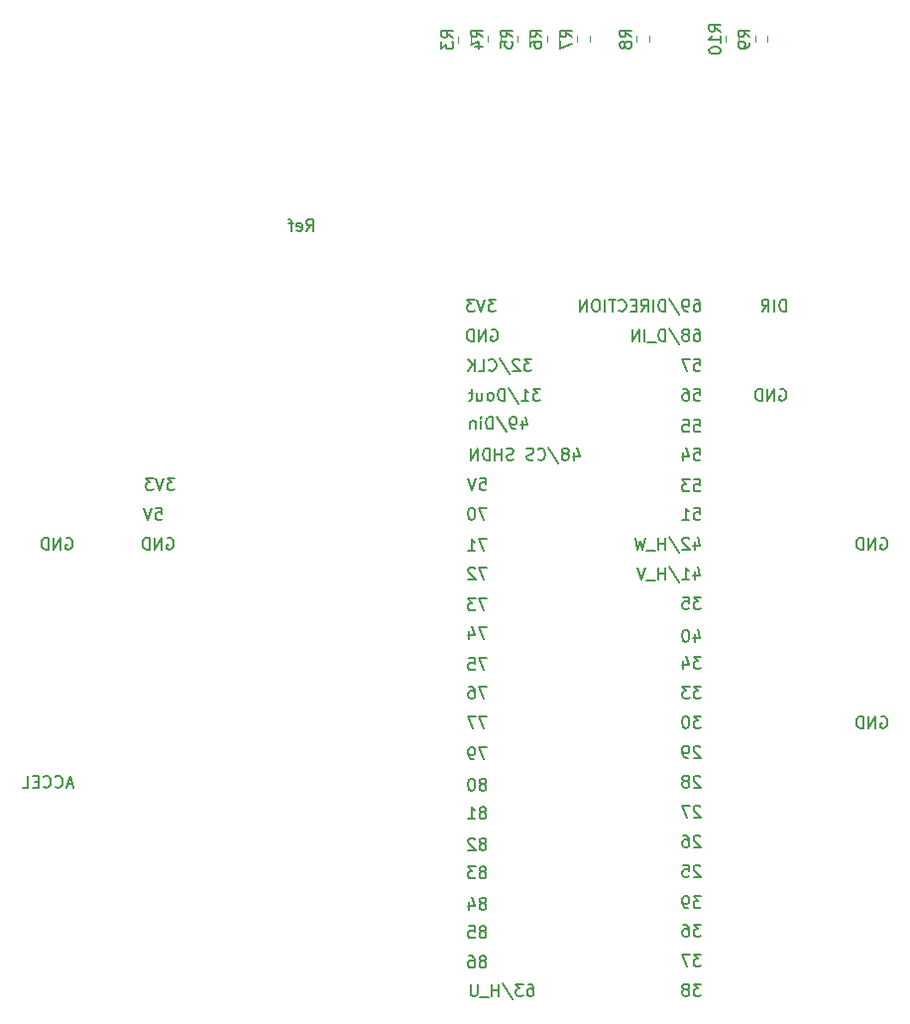
<source format=gbr>
<<<<<<< HEAD
<<<<<<< HEAD
<<<<<<< HEAD
<<<<<<< HEAD
<<<<<<< HEAD
%TF.GenerationSoftware,KiCad,Pcbnew,7.0.5*%
%TF.CreationDate,2023-10-10T13:20:49+09:00*%
%TF.ProjectId,tangnano9k_brushless_driver,74616e67-6e61-46e6-9f39-6b5f62727573,rev?*%
=======
%TF.GenerationSoftware,KiCad,Pcbnew,8.0.0*%
%TF.CreationDate,2024-04-23T01:00:26+09:00*%
%TF.ProjectId,TangPrimer25K_brushless,54616e67-5072-4696-9d65-7232354b5f62,rev?*%
>>>>>>> parent of b09ad77 (0423)
=======
%TF.GenerationSoftware,KiCad,Pcbnew,8.0.0*%
%TF.CreationDate,2024-04-23T01:00:26+09:00*%
%TF.ProjectId,TangPrimer25K_brushless,54616e67-5072-4696-9d65-7232354b5f62,rev?*%
>>>>>>> parent of b09ad77 (0423)
=======
%TF.GenerationSoftware,KiCad,Pcbnew,8.0.0*%
%TF.CreationDate,2024-04-23T01:00:26+09:00*%
%TF.ProjectId,TangPrimer25K_brushless,54616e67-5072-4696-9d65-7232354b5f62,rev?*%
>>>>>>> parent of b09ad77 (0423)
=======
%TF.GenerationSoftware,KiCad,Pcbnew,8.0.0*%
%TF.CreationDate,2024-04-23T01:00:26+09:00*%
%TF.ProjectId,TangPrimer25K_brushless,54616e67-5072-4696-9d65-7232354b5f62,rev?*%
>>>>>>> parent of 736fd3d (Revert "0423")
=======
%TF.GenerationSoftware,KiCad,Pcbnew,8.0.0*%
%TF.CreationDate,2024-04-23T01:00:26+09:00*%
%TF.ProjectId,TangPrimer25K_brushless,54616e67-5072-4696-9d65-7232354b5f62,rev?*%
>>>>>>> parent of 736fd3d (Revert "0423")
%TF.SameCoordinates,Original*%
%TF.FileFunction,Legend,Bot*%
%TF.FilePolarity,Positive*%
%FSLAX46Y46*%
G04 Gerber Fmt 4.6, Leading zero omitted, Abs format (unit mm)*
<<<<<<< HEAD
<<<<<<< HEAD
<<<<<<< HEAD
<<<<<<< HEAD
<<<<<<< HEAD
G04 Created by KiCad (PCBNEW 7.0.5) date 2023-10-10 13:20:49*
=======
G04 Created by KiCad (PCBNEW 8.0.0) date 2024-04-23 01:00:26*
>>>>>>> parent of b09ad77 (0423)
=======
G04 Created by KiCad (PCBNEW 8.0.0) date 2024-04-23 01:00:26*
>>>>>>> parent of b09ad77 (0423)
=======
G04 Created by KiCad (PCBNEW 8.0.0) date 2024-04-23 01:00:26*
>>>>>>> parent of b09ad77 (0423)
=======
G04 Created by KiCad (PCBNEW 8.0.0) date 2024-04-23 01:00:26*
>>>>>>> parent of 736fd3d (Revert "0423")
=======
G04 Created by KiCad (PCBNEW 8.0.0) date 2024-04-23 01:00:26*
>>>>>>> parent of 736fd3d (Revert "0423")
%MOMM*%
%LPD*%
G01*
G04 APERTURE LIST*
%ADD10C,0.150000*%
<<<<<<< HEAD
<<<<<<< HEAD
<<<<<<< HEAD
<<<<<<< HEAD
<<<<<<< HEAD
%ADD11C,0.120000*%
G04 APERTURE END LIST*
D10*
X163080458Y-114312819D02*
X162413792Y-114312819D01*
X162413792Y-114312819D02*
X162842363Y-115312819D01*
X162128077Y-114312819D02*
X161509030Y-114312819D01*
X161509030Y-114312819D02*
X161842363Y-114693771D01*
X161842363Y-114693771D02*
X161699506Y-114693771D01*
X161699506Y-114693771D02*
X161604268Y-114741390D01*
X161604268Y-114741390D02*
X161556649Y-114789009D01*
X161556649Y-114789009D02*
X161509030Y-114884247D01*
X161509030Y-114884247D02*
X161509030Y-115122342D01*
X161509030Y-115122342D02*
X161556649Y-115217580D01*
X161556649Y-115217580D02*
X161604268Y-115265200D01*
X161604268Y-115265200D02*
X161699506Y-115312819D01*
X161699506Y-115312819D02*
X161985220Y-115312819D01*
X161985220Y-115312819D02*
X162080458Y-115265200D01*
X162080458Y-115265200D02*
X162128077Y-115217580D01*
X181368458Y-142125819D02*
X180749411Y-142125819D01*
X180749411Y-142125819D02*
X181082744Y-142506771D01*
X181082744Y-142506771D02*
X180939887Y-142506771D01*
X180939887Y-142506771D02*
X180844649Y-142554390D01*
X180844649Y-142554390D02*
X180797030Y-142602009D01*
X180797030Y-142602009D02*
X180749411Y-142697247D01*
X180749411Y-142697247D02*
X180749411Y-142935342D01*
X180749411Y-142935342D02*
X180797030Y-143030580D01*
X180797030Y-143030580D02*
X180844649Y-143078200D01*
X180844649Y-143078200D02*
X180939887Y-143125819D01*
X180939887Y-143125819D02*
X181225601Y-143125819D01*
X181225601Y-143125819D02*
X181320839Y-143078200D01*
X181320839Y-143078200D02*
X181368458Y-143030580D01*
X179892268Y-142125819D02*
X180082744Y-142125819D01*
X180082744Y-142125819D02*
X180177982Y-142173438D01*
X180177982Y-142173438D02*
X180225601Y-142221057D01*
X180225601Y-142221057D02*
X180320839Y-142363914D01*
X180320839Y-142363914D02*
X180368458Y-142554390D01*
X180368458Y-142554390D02*
X180368458Y-142935342D01*
X180368458Y-142935342D02*
X180320839Y-143030580D01*
X180320839Y-143030580D02*
X180273220Y-143078200D01*
X180273220Y-143078200D02*
X180177982Y-143125819D01*
X180177982Y-143125819D02*
X179987506Y-143125819D01*
X179987506Y-143125819D02*
X179892268Y-143078200D01*
X179892268Y-143078200D02*
X179844649Y-143030580D01*
X179844649Y-143030580D02*
X179797030Y-142935342D01*
X179797030Y-142935342D02*
X179797030Y-142697247D01*
X179797030Y-142697247D02*
X179844649Y-142602009D01*
X179844649Y-142602009D02*
X179892268Y-142554390D01*
X179892268Y-142554390D02*
X179987506Y-142506771D01*
X179987506Y-142506771D02*
X180177982Y-142506771D01*
X180177982Y-142506771D02*
X180273220Y-142554390D01*
X180273220Y-142554390D02*
X180320839Y-142602009D01*
X180320839Y-142602009D02*
X180368458Y-142697247D01*
=======
G04 APERTURE END LIST*
D10*
>>>>>>> parent of b09ad77 (0423)
=======
G04 APERTURE END LIST*
D10*
>>>>>>> parent of b09ad77 (0423)
=======
G04 APERTURE END LIST*
D10*
>>>>>>> parent of b09ad77 (0423)
=======
G04 APERTURE END LIST*
D10*
>>>>>>> parent of 736fd3d (Revert "0423")
=======
G04 APERTURE END LIST*
D10*
>>>>>>> parent of 736fd3d (Revert "0423")
X188639220Y-89785819D02*
X188639220Y-88785819D01*
X188639220Y-88785819D02*
X188401125Y-88785819D01*
X188401125Y-88785819D02*
X188258268Y-88833438D01*
X188258268Y-88833438D02*
X188163030Y-88928676D01*
X188163030Y-88928676D02*
X188115411Y-89023914D01*
X188115411Y-89023914D02*
X188067792Y-89214390D01*
X188067792Y-89214390D02*
X188067792Y-89357247D01*
X188067792Y-89357247D02*
X188115411Y-89547723D01*
X188115411Y-89547723D02*
X188163030Y-89642961D01*
X188163030Y-89642961D02*
X188258268Y-89738200D01*
X188258268Y-89738200D02*
X188401125Y-89785819D01*
X188401125Y-89785819D02*
X188639220Y-89785819D01*
X187639220Y-89785819D02*
X187639220Y-88785819D01*
X186591602Y-89785819D02*
X186924935Y-89309628D01*
X187163030Y-89785819D02*
X187163030Y-88785819D01*
X187163030Y-88785819D02*
X186782078Y-88785819D01*
X186782078Y-88785819D02*
X186686840Y-88833438D01*
X186686840Y-88833438D02*
X186639221Y-88881057D01*
X186639221Y-88881057D02*
X186591602Y-88976295D01*
X186591602Y-88976295D02*
X186591602Y-89119152D01*
X186591602Y-89119152D02*
X186639221Y-89214390D01*
X186639221Y-89214390D02*
X186686840Y-89262009D01*
X186686840Y-89262009D02*
X186782078Y-89309628D01*
X186782078Y-89309628D02*
X187163030Y-89309628D01*
<<<<<<< HEAD
<<<<<<< HEAD
<<<<<<< HEAD
<<<<<<< HEAD
<<<<<<< HEAD
X166620649Y-147205819D02*
X166811125Y-147205819D01*
X166811125Y-147205819D02*
X166906363Y-147253438D01*
X166906363Y-147253438D02*
X166953982Y-147301057D01*
X166953982Y-147301057D02*
X167049220Y-147443914D01*
X167049220Y-147443914D02*
X167096839Y-147634390D01*
X167096839Y-147634390D02*
X167096839Y-148015342D01*
X167096839Y-148015342D02*
X167049220Y-148110580D01*
X167049220Y-148110580D02*
X167001601Y-148158200D01*
X167001601Y-148158200D02*
X166906363Y-148205819D01*
X166906363Y-148205819D02*
X166715887Y-148205819D01*
X166715887Y-148205819D02*
X166620649Y-148158200D01*
X166620649Y-148158200D02*
X166573030Y-148110580D01*
X166573030Y-148110580D02*
X166525411Y-148015342D01*
X166525411Y-148015342D02*
X166525411Y-147777247D01*
X166525411Y-147777247D02*
X166573030Y-147682009D01*
X166573030Y-147682009D02*
X166620649Y-147634390D01*
X166620649Y-147634390D02*
X166715887Y-147586771D01*
X166715887Y-147586771D02*
X166906363Y-147586771D01*
X166906363Y-147586771D02*
X167001601Y-147634390D01*
X167001601Y-147634390D02*
X167049220Y-147682009D01*
X167049220Y-147682009D02*
X167096839Y-147777247D01*
X166192077Y-147205819D02*
X165573030Y-147205819D01*
X165573030Y-147205819D02*
X165906363Y-147586771D01*
X165906363Y-147586771D02*
X165763506Y-147586771D01*
X165763506Y-147586771D02*
X165668268Y-147634390D01*
X165668268Y-147634390D02*
X165620649Y-147682009D01*
X165620649Y-147682009D02*
X165573030Y-147777247D01*
X165573030Y-147777247D02*
X165573030Y-148015342D01*
X165573030Y-148015342D02*
X165620649Y-148110580D01*
X165620649Y-148110580D02*
X165668268Y-148158200D01*
X165668268Y-148158200D02*
X165763506Y-148205819D01*
X165763506Y-148205819D02*
X166049220Y-148205819D01*
X166049220Y-148205819D02*
X166144458Y-148158200D01*
X166144458Y-148158200D02*
X166192077Y-148110580D01*
X164430173Y-147158200D02*
X165287315Y-148443914D01*
X164096839Y-148205819D02*
X164096839Y-147205819D01*
X164096839Y-147682009D02*
X163525411Y-147682009D01*
X163525411Y-148205819D02*
X163525411Y-147205819D01*
X163287316Y-148301057D02*
X162525411Y-148301057D01*
X162287315Y-147205819D02*
X162287315Y-148015342D01*
X162287315Y-148015342D02*
X162239696Y-148110580D01*
X162239696Y-148110580D02*
X162192077Y-148158200D01*
X162192077Y-148158200D02*
X162096839Y-148205819D01*
X162096839Y-148205819D02*
X161906363Y-148205819D01*
X161906363Y-148205819D02*
X161811125Y-148158200D01*
X161811125Y-148158200D02*
X161763506Y-148110580D01*
X161763506Y-148110580D02*
X161715887Y-148015342D01*
X161715887Y-148015342D02*
X161715887Y-147205819D01*
X181320839Y-126981057D02*
X181273220Y-126933438D01*
X181273220Y-126933438D02*
X181177982Y-126885819D01*
X181177982Y-126885819D02*
X180939887Y-126885819D01*
X180939887Y-126885819D02*
X180844649Y-126933438D01*
X180844649Y-126933438D02*
X180797030Y-126981057D01*
X180797030Y-126981057D02*
X180749411Y-127076295D01*
X180749411Y-127076295D02*
X180749411Y-127171533D01*
X180749411Y-127171533D02*
X180797030Y-127314390D01*
X180797030Y-127314390D02*
X181368458Y-127885819D01*
X181368458Y-127885819D02*
X180749411Y-127885819D01*
X180273220Y-127885819D02*
X180082744Y-127885819D01*
X180082744Y-127885819D02*
X179987506Y-127838200D01*
X179987506Y-127838200D02*
X179939887Y-127790580D01*
X179939887Y-127790580D02*
X179844649Y-127647723D01*
X179844649Y-127647723D02*
X179797030Y-127457247D01*
X179797030Y-127457247D02*
X179797030Y-127076295D01*
X179797030Y-127076295D02*
X179844649Y-126981057D01*
X179844649Y-126981057D02*
X179892268Y-126933438D01*
X179892268Y-126933438D02*
X179987506Y-126885819D01*
X179987506Y-126885819D02*
X180177982Y-126885819D01*
X180177982Y-126885819D02*
X180273220Y-126933438D01*
X180273220Y-126933438D02*
X180320839Y-126981057D01*
X180320839Y-126981057D02*
X180368458Y-127076295D01*
X180368458Y-127076295D02*
X180368458Y-127314390D01*
X180368458Y-127314390D02*
X180320839Y-127409628D01*
X180320839Y-127409628D02*
X180273220Y-127457247D01*
X180273220Y-127457247D02*
X180177982Y-127504866D01*
X180177982Y-127504866D02*
X179987506Y-127504866D01*
X179987506Y-127504866D02*
X179892268Y-127457247D01*
X179892268Y-127457247D02*
X179844649Y-127409628D01*
X179844649Y-127409628D02*
X179797030Y-127314390D01*
X181368458Y-119265819D02*
X180749411Y-119265819D01*
X180749411Y-119265819D02*
X181082744Y-119646771D01*
X181082744Y-119646771D02*
X180939887Y-119646771D01*
X180939887Y-119646771D02*
X180844649Y-119694390D01*
X180844649Y-119694390D02*
X180797030Y-119742009D01*
X180797030Y-119742009D02*
X180749411Y-119837247D01*
X180749411Y-119837247D02*
X180749411Y-120075342D01*
X180749411Y-120075342D02*
X180797030Y-120170580D01*
X180797030Y-120170580D02*
X180844649Y-120218200D01*
X180844649Y-120218200D02*
X180939887Y-120265819D01*
X180939887Y-120265819D02*
X181225601Y-120265819D01*
X181225601Y-120265819D02*
X181320839Y-120218200D01*
X181320839Y-120218200D02*
X181368458Y-120170580D01*
X179892268Y-119599152D02*
X179892268Y-120265819D01*
X180130363Y-119218200D02*
X180368458Y-119932485D01*
X180368458Y-119932485D02*
X179749411Y-119932485D01*
X166112649Y-99152152D02*
X166112649Y-99818819D01*
X166350744Y-98771200D02*
X166588839Y-99485485D01*
X166588839Y-99485485D02*
X165969792Y-99485485D01*
X165541220Y-99818819D02*
X165350744Y-99818819D01*
X165350744Y-99818819D02*
X165255506Y-99771200D01*
X165255506Y-99771200D02*
X165207887Y-99723580D01*
X165207887Y-99723580D02*
X165112649Y-99580723D01*
X165112649Y-99580723D02*
X165065030Y-99390247D01*
X165065030Y-99390247D02*
X165065030Y-99009295D01*
X165065030Y-99009295D02*
X165112649Y-98914057D01*
X165112649Y-98914057D02*
X165160268Y-98866438D01*
X165160268Y-98866438D02*
X165255506Y-98818819D01*
X165255506Y-98818819D02*
X165445982Y-98818819D01*
X165445982Y-98818819D02*
X165541220Y-98866438D01*
X165541220Y-98866438D02*
X165588839Y-98914057D01*
X165588839Y-98914057D02*
X165636458Y-99009295D01*
X165636458Y-99009295D02*
X165636458Y-99247390D01*
X165636458Y-99247390D02*
X165588839Y-99342628D01*
X165588839Y-99342628D02*
X165541220Y-99390247D01*
X165541220Y-99390247D02*
X165445982Y-99437866D01*
X165445982Y-99437866D02*
X165255506Y-99437866D01*
X165255506Y-99437866D02*
X165160268Y-99390247D01*
X165160268Y-99390247D02*
X165112649Y-99342628D01*
X165112649Y-99342628D02*
X165065030Y-99247390D01*
X163922173Y-98771200D02*
X164779315Y-100056914D01*
X163588839Y-99818819D02*
X163588839Y-98818819D01*
X163588839Y-98818819D02*
X163350744Y-98818819D01*
X163350744Y-98818819D02*
X163207887Y-98866438D01*
X163207887Y-98866438D02*
X163112649Y-98961676D01*
X163112649Y-98961676D02*
X163065030Y-99056914D01*
X163065030Y-99056914D02*
X163017411Y-99247390D01*
X163017411Y-99247390D02*
X163017411Y-99390247D01*
X163017411Y-99390247D02*
X163065030Y-99580723D01*
X163065030Y-99580723D02*
X163112649Y-99675961D01*
X163112649Y-99675961D02*
X163207887Y-99771200D01*
X163207887Y-99771200D02*
X163350744Y-99818819D01*
X163350744Y-99818819D02*
X163588839Y-99818819D01*
X162588839Y-99818819D02*
X162588839Y-99152152D01*
X162588839Y-98818819D02*
X162636458Y-98866438D01*
X162636458Y-98866438D02*
X162588839Y-98914057D01*
X162588839Y-98914057D02*
X162541220Y-98866438D01*
X162541220Y-98866438D02*
X162588839Y-98818819D01*
X162588839Y-98818819D02*
X162588839Y-98914057D01*
X162112649Y-99152152D02*
X162112649Y-99818819D01*
X162112649Y-99247390D02*
X162065030Y-99199771D01*
X162065030Y-99199771D02*
X161969792Y-99152152D01*
X161969792Y-99152152D02*
X161826935Y-99152152D01*
X161826935Y-99152152D02*
X161731697Y-99199771D01*
X161731697Y-99199771D02*
X161684078Y-99295009D01*
X161684078Y-99295009D02*
X161684078Y-99818819D01*
=======
>>>>>>> parent of b09ad77 (0423)
=======
>>>>>>> parent of b09ad77 (0423)
=======
>>>>>>> parent of b09ad77 (0423)
=======
>>>>>>> parent of 736fd3d (Revert "0423")
=======
>>>>>>> parent of 736fd3d (Revert "0423")
X136410458Y-104025819D02*
X135791411Y-104025819D01*
X135791411Y-104025819D02*
X136124744Y-104406771D01*
X136124744Y-104406771D02*
X135981887Y-104406771D01*
X135981887Y-104406771D02*
X135886649Y-104454390D01*
X135886649Y-104454390D02*
X135839030Y-104502009D01*
X135839030Y-104502009D02*
X135791411Y-104597247D01*
X135791411Y-104597247D02*
X135791411Y-104835342D01*
X135791411Y-104835342D02*
X135839030Y-104930580D01*
X135839030Y-104930580D02*
X135886649Y-104978200D01*
X135886649Y-104978200D02*
X135981887Y-105025819D01*
X135981887Y-105025819D02*
X136267601Y-105025819D01*
X136267601Y-105025819D02*
X136362839Y-104978200D01*
X136362839Y-104978200D02*
X136410458Y-104930580D01*
X135505696Y-104025819D02*
X135172363Y-105025819D01*
X135172363Y-105025819D02*
X134839030Y-104025819D01*
X134600934Y-104025819D02*
X133981887Y-104025819D01*
X133981887Y-104025819D02*
X134315220Y-104406771D01*
X134315220Y-104406771D02*
X134172363Y-104406771D01*
X134172363Y-104406771D02*
X134077125Y-104454390D01*
X134077125Y-104454390D02*
X134029506Y-104502009D01*
X134029506Y-104502009D02*
X133981887Y-104597247D01*
X133981887Y-104597247D02*
X133981887Y-104835342D01*
X133981887Y-104835342D02*
X134029506Y-104930580D01*
X134029506Y-104930580D02*
X134077125Y-104978200D01*
X134077125Y-104978200D02*
X134172363Y-105025819D01*
X134172363Y-105025819D02*
X134458077Y-105025819D01*
X134458077Y-105025819D02*
X134553315Y-104978200D01*
X134553315Y-104978200D02*
X134600934Y-104930580D01*
<<<<<<< HEAD
<<<<<<< HEAD
<<<<<<< HEAD
<<<<<<< HEAD
<<<<<<< HEAD
X181320839Y-132061057D02*
X181273220Y-132013438D01*
X181273220Y-132013438D02*
X181177982Y-131965819D01*
X181177982Y-131965819D02*
X180939887Y-131965819D01*
X180939887Y-131965819D02*
X180844649Y-132013438D01*
X180844649Y-132013438D02*
X180797030Y-132061057D01*
X180797030Y-132061057D02*
X180749411Y-132156295D01*
X180749411Y-132156295D02*
X180749411Y-132251533D01*
X180749411Y-132251533D02*
X180797030Y-132394390D01*
X180797030Y-132394390D02*
X181368458Y-132965819D01*
X181368458Y-132965819D02*
X180749411Y-132965819D01*
X180416077Y-131965819D02*
X179749411Y-131965819D01*
X179749411Y-131965819D02*
X180177982Y-132965819D01*
X181320839Y-129521057D02*
X181273220Y-129473438D01*
X181273220Y-129473438D02*
X181177982Y-129425819D01*
X181177982Y-129425819D02*
X180939887Y-129425819D01*
X180939887Y-129425819D02*
X180844649Y-129473438D01*
X180844649Y-129473438D02*
X180797030Y-129521057D01*
X180797030Y-129521057D02*
X180749411Y-129616295D01*
X180749411Y-129616295D02*
X180749411Y-129711533D01*
X180749411Y-129711533D02*
X180797030Y-129854390D01*
X180797030Y-129854390D02*
X181368458Y-130425819D01*
X181368458Y-130425819D02*
X180749411Y-130425819D01*
X180177982Y-129854390D02*
X180273220Y-129806771D01*
X180273220Y-129806771D02*
X180320839Y-129759152D01*
X180320839Y-129759152D02*
X180368458Y-129663914D01*
X180368458Y-129663914D02*
X180368458Y-129616295D01*
X180368458Y-129616295D02*
X180320839Y-129521057D01*
X180320839Y-129521057D02*
X180273220Y-129473438D01*
X180273220Y-129473438D02*
X180177982Y-129425819D01*
X180177982Y-129425819D02*
X179987506Y-129425819D01*
X179987506Y-129425819D02*
X179892268Y-129473438D01*
X179892268Y-129473438D02*
X179844649Y-129521057D01*
X179844649Y-129521057D02*
X179797030Y-129616295D01*
X179797030Y-129616295D02*
X179797030Y-129663914D01*
X179797030Y-129663914D02*
X179844649Y-129759152D01*
X179844649Y-129759152D02*
X179892268Y-129806771D01*
X179892268Y-129806771D02*
X179987506Y-129854390D01*
X179987506Y-129854390D02*
X180177982Y-129854390D01*
X180177982Y-129854390D02*
X180273220Y-129902009D01*
X180273220Y-129902009D02*
X180320839Y-129949628D01*
X180320839Y-129949628D02*
X180368458Y-130044866D01*
X180368458Y-130044866D02*
X180368458Y-130235342D01*
X180368458Y-130235342D02*
X180320839Y-130330580D01*
X180320839Y-130330580D02*
X180273220Y-130378200D01*
X180273220Y-130378200D02*
X180177982Y-130425819D01*
X180177982Y-130425819D02*
X179987506Y-130425819D01*
X179987506Y-130425819D02*
X179892268Y-130378200D01*
X179892268Y-130378200D02*
X179844649Y-130330580D01*
X179844649Y-130330580D02*
X179797030Y-130235342D01*
X179797030Y-130235342D02*
X179797030Y-130044866D01*
X179797030Y-130044866D02*
X179844649Y-129949628D01*
X179844649Y-129949628D02*
X179892268Y-129902009D01*
X179892268Y-129902009D02*
X179987506Y-129854390D01*
X166890458Y-93865819D02*
X166271411Y-93865819D01*
X166271411Y-93865819D02*
X166604744Y-94246771D01*
X166604744Y-94246771D02*
X166461887Y-94246771D01*
X166461887Y-94246771D02*
X166366649Y-94294390D01*
X166366649Y-94294390D02*
X166319030Y-94342009D01*
X166319030Y-94342009D02*
X166271411Y-94437247D01*
X166271411Y-94437247D02*
X166271411Y-94675342D01*
X166271411Y-94675342D02*
X166319030Y-94770580D01*
X166319030Y-94770580D02*
X166366649Y-94818200D01*
X166366649Y-94818200D02*
X166461887Y-94865819D01*
X166461887Y-94865819D02*
X166747601Y-94865819D01*
X166747601Y-94865819D02*
X166842839Y-94818200D01*
X166842839Y-94818200D02*
X166890458Y-94770580D01*
X165890458Y-93961057D02*
X165842839Y-93913438D01*
X165842839Y-93913438D02*
X165747601Y-93865819D01*
X165747601Y-93865819D02*
X165509506Y-93865819D01*
X165509506Y-93865819D02*
X165414268Y-93913438D01*
X165414268Y-93913438D02*
X165366649Y-93961057D01*
X165366649Y-93961057D02*
X165319030Y-94056295D01*
X165319030Y-94056295D02*
X165319030Y-94151533D01*
X165319030Y-94151533D02*
X165366649Y-94294390D01*
X165366649Y-94294390D02*
X165938077Y-94865819D01*
X165938077Y-94865819D02*
X165319030Y-94865819D01*
X164176173Y-93818200D02*
X165033315Y-95103914D01*
X163271411Y-94770580D02*
X163319030Y-94818200D01*
X163319030Y-94818200D02*
X163461887Y-94865819D01*
X163461887Y-94865819D02*
X163557125Y-94865819D01*
X163557125Y-94865819D02*
X163699982Y-94818200D01*
X163699982Y-94818200D02*
X163795220Y-94722961D01*
X163795220Y-94722961D02*
X163842839Y-94627723D01*
X163842839Y-94627723D02*
X163890458Y-94437247D01*
X163890458Y-94437247D02*
X163890458Y-94294390D01*
X163890458Y-94294390D02*
X163842839Y-94103914D01*
X163842839Y-94103914D02*
X163795220Y-94008676D01*
X163795220Y-94008676D02*
X163699982Y-93913438D01*
X163699982Y-93913438D02*
X163557125Y-93865819D01*
X163557125Y-93865819D02*
X163461887Y-93865819D01*
X163461887Y-93865819D02*
X163319030Y-93913438D01*
X163319030Y-93913438D02*
X163271411Y-93961057D01*
X162366649Y-94865819D02*
X162842839Y-94865819D01*
X162842839Y-94865819D02*
X162842839Y-93865819D01*
X162033315Y-94865819D02*
X162033315Y-93865819D01*
X161461887Y-94865819D02*
X161890458Y-94294390D01*
X161461887Y-93865819D02*
X162033315Y-94437247D01*
X162509030Y-104025819D02*
X162985220Y-104025819D01*
X162985220Y-104025819D02*
X163032839Y-104502009D01*
X163032839Y-104502009D02*
X162985220Y-104454390D01*
X162985220Y-104454390D02*
X162889982Y-104406771D01*
X162889982Y-104406771D02*
X162651887Y-104406771D01*
X162651887Y-104406771D02*
X162556649Y-104454390D01*
X162556649Y-104454390D02*
X162509030Y-104502009D01*
X162509030Y-104502009D02*
X162461411Y-104597247D01*
X162461411Y-104597247D02*
X162461411Y-104835342D01*
X162461411Y-104835342D02*
X162509030Y-104930580D01*
X162509030Y-104930580D02*
X162556649Y-104978200D01*
X162556649Y-104978200D02*
X162651887Y-105025819D01*
X162651887Y-105025819D02*
X162889982Y-105025819D01*
X162889982Y-105025819D02*
X162985220Y-104978200D01*
X162985220Y-104978200D02*
X163032839Y-104930580D01*
X162175696Y-104025819D02*
X161842363Y-105025819D01*
X161842363Y-105025819D02*
X161509030Y-104025819D01*
X163080458Y-116725819D02*
X162413792Y-116725819D01*
X162413792Y-116725819D02*
X162842363Y-117725819D01*
X161604268Y-117059152D02*
X161604268Y-117725819D01*
X161842363Y-116678200D02*
X162080458Y-117392485D01*
X162080458Y-117392485D02*
X161461411Y-117392485D01*
X162842363Y-130108390D02*
X162937601Y-130060771D01*
X162937601Y-130060771D02*
X162985220Y-130013152D01*
X162985220Y-130013152D02*
X163032839Y-129917914D01*
X163032839Y-129917914D02*
X163032839Y-129870295D01*
X163032839Y-129870295D02*
X162985220Y-129775057D01*
X162985220Y-129775057D02*
X162937601Y-129727438D01*
X162937601Y-129727438D02*
X162842363Y-129679819D01*
X162842363Y-129679819D02*
X162651887Y-129679819D01*
X162651887Y-129679819D02*
X162556649Y-129727438D01*
X162556649Y-129727438D02*
X162509030Y-129775057D01*
X162509030Y-129775057D02*
X162461411Y-129870295D01*
X162461411Y-129870295D02*
X162461411Y-129917914D01*
X162461411Y-129917914D02*
X162509030Y-130013152D01*
X162509030Y-130013152D02*
X162556649Y-130060771D01*
X162556649Y-130060771D02*
X162651887Y-130108390D01*
X162651887Y-130108390D02*
X162842363Y-130108390D01*
X162842363Y-130108390D02*
X162937601Y-130156009D01*
X162937601Y-130156009D02*
X162985220Y-130203628D01*
X162985220Y-130203628D02*
X163032839Y-130298866D01*
X163032839Y-130298866D02*
X163032839Y-130489342D01*
X163032839Y-130489342D02*
X162985220Y-130584580D01*
X162985220Y-130584580D02*
X162937601Y-130632200D01*
X162937601Y-130632200D02*
X162842363Y-130679819D01*
X162842363Y-130679819D02*
X162651887Y-130679819D01*
X162651887Y-130679819D02*
X162556649Y-130632200D01*
X162556649Y-130632200D02*
X162509030Y-130584580D01*
X162509030Y-130584580D02*
X162461411Y-130489342D01*
X162461411Y-130489342D02*
X162461411Y-130298866D01*
X162461411Y-130298866D02*
X162509030Y-130203628D01*
X162509030Y-130203628D02*
X162556649Y-130156009D01*
X162556649Y-130156009D02*
X162651887Y-130108390D01*
X161842363Y-129679819D02*
X161747125Y-129679819D01*
X161747125Y-129679819D02*
X161651887Y-129727438D01*
X161651887Y-129727438D02*
X161604268Y-129775057D01*
X161604268Y-129775057D02*
X161556649Y-129870295D01*
X161556649Y-129870295D02*
X161509030Y-130060771D01*
X161509030Y-130060771D02*
X161509030Y-130298866D01*
X161509030Y-130298866D02*
X161556649Y-130489342D01*
X161556649Y-130489342D02*
X161604268Y-130584580D01*
X161604268Y-130584580D02*
X161651887Y-130632200D01*
X161651887Y-130632200D02*
X161747125Y-130679819D01*
X161747125Y-130679819D02*
X161842363Y-130679819D01*
X161842363Y-130679819D02*
X161937601Y-130632200D01*
X161937601Y-130632200D02*
X161985220Y-130584580D01*
X161985220Y-130584580D02*
X162032839Y-130489342D01*
X162032839Y-130489342D02*
X162080458Y-130298866D01*
X162080458Y-130298866D02*
X162080458Y-130060771D01*
X162080458Y-130060771D02*
X162032839Y-129870295D01*
X162032839Y-129870295D02*
X161985220Y-129775057D01*
X161985220Y-129775057D02*
X161937601Y-129727438D01*
X161937601Y-129727438D02*
X161842363Y-129679819D01*
X162842363Y-142681390D02*
X162937601Y-142633771D01*
X162937601Y-142633771D02*
X162985220Y-142586152D01*
X162985220Y-142586152D02*
X163032839Y-142490914D01*
X163032839Y-142490914D02*
X163032839Y-142443295D01*
X163032839Y-142443295D02*
X162985220Y-142348057D01*
X162985220Y-142348057D02*
X162937601Y-142300438D01*
X162937601Y-142300438D02*
X162842363Y-142252819D01*
X162842363Y-142252819D02*
X162651887Y-142252819D01*
X162651887Y-142252819D02*
X162556649Y-142300438D01*
X162556649Y-142300438D02*
X162509030Y-142348057D01*
X162509030Y-142348057D02*
X162461411Y-142443295D01*
X162461411Y-142443295D02*
X162461411Y-142490914D01*
X162461411Y-142490914D02*
X162509030Y-142586152D01*
X162509030Y-142586152D02*
X162556649Y-142633771D01*
X162556649Y-142633771D02*
X162651887Y-142681390D01*
X162651887Y-142681390D02*
X162842363Y-142681390D01*
X162842363Y-142681390D02*
X162937601Y-142729009D01*
X162937601Y-142729009D02*
X162985220Y-142776628D01*
X162985220Y-142776628D02*
X163032839Y-142871866D01*
X163032839Y-142871866D02*
X163032839Y-143062342D01*
X163032839Y-143062342D02*
X162985220Y-143157580D01*
X162985220Y-143157580D02*
X162937601Y-143205200D01*
X162937601Y-143205200D02*
X162842363Y-143252819D01*
X162842363Y-143252819D02*
X162651887Y-143252819D01*
X162651887Y-143252819D02*
X162556649Y-143205200D01*
X162556649Y-143205200D02*
X162509030Y-143157580D01*
X162509030Y-143157580D02*
X162461411Y-143062342D01*
X162461411Y-143062342D02*
X162461411Y-142871866D01*
X162461411Y-142871866D02*
X162509030Y-142776628D01*
X162509030Y-142776628D02*
X162556649Y-142729009D01*
X162556649Y-142729009D02*
X162651887Y-142681390D01*
X161556649Y-142252819D02*
X162032839Y-142252819D01*
X162032839Y-142252819D02*
X162080458Y-142729009D01*
X162080458Y-142729009D02*
X162032839Y-142681390D01*
X162032839Y-142681390D02*
X161937601Y-142633771D01*
X161937601Y-142633771D02*
X161699506Y-142633771D01*
X161699506Y-142633771D02*
X161604268Y-142681390D01*
X161604268Y-142681390D02*
X161556649Y-142729009D01*
X161556649Y-142729009D02*
X161509030Y-142824247D01*
X161509030Y-142824247D02*
X161509030Y-143062342D01*
X161509030Y-143062342D02*
X161556649Y-143157580D01*
X161556649Y-143157580D02*
X161604268Y-143205200D01*
X161604268Y-143205200D02*
X161699506Y-143252819D01*
X161699506Y-143252819D02*
X161937601Y-143252819D01*
X161937601Y-143252819D02*
X162032839Y-143205200D01*
X162032839Y-143205200D02*
X162080458Y-143157580D01*
X163080458Y-111645819D02*
X162413792Y-111645819D01*
X162413792Y-111645819D02*
X162842363Y-112645819D01*
X162080458Y-111741057D02*
X162032839Y-111693438D01*
X162032839Y-111693438D02*
X161937601Y-111645819D01*
X161937601Y-111645819D02*
X161699506Y-111645819D01*
X161699506Y-111645819D02*
X161604268Y-111693438D01*
X161604268Y-111693438D02*
X161556649Y-111741057D01*
X161556649Y-111741057D02*
X161509030Y-111836295D01*
X161509030Y-111836295D02*
X161509030Y-111931533D01*
X161509030Y-111931533D02*
X161556649Y-112074390D01*
X161556649Y-112074390D02*
X162128077Y-112645819D01*
X162128077Y-112645819D02*
X161509030Y-112645819D01*
X180797030Y-104152819D02*
X181273220Y-104152819D01*
X181273220Y-104152819D02*
X181320839Y-104629009D01*
X181320839Y-104629009D02*
X181273220Y-104581390D01*
X181273220Y-104581390D02*
X181177982Y-104533771D01*
X181177982Y-104533771D02*
X180939887Y-104533771D01*
X180939887Y-104533771D02*
X180844649Y-104581390D01*
X180844649Y-104581390D02*
X180797030Y-104629009D01*
X180797030Y-104629009D02*
X180749411Y-104724247D01*
X180749411Y-104724247D02*
X180749411Y-104962342D01*
X180749411Y-104962342D02*
X180797030Y-105057580D01*
X180797030Y-105057580D02*
X180844649Y-105105200D01*
X180844649Y-105105200D02*
X180939887Y-105152819D01*
X180939887Y-105152819D02*
X181177982Y-105152819D01*
X181177982Y-105152819D02*
X181273220Y-105105200D01*
X181273220Y-105105200D02*
X181320839Y-105057580D01*
X180416077Y-104152819D02*
X179797030Y-104152819D01*
X179797030Y-104152819D02*
X180130363Y-104533771D01*
X180130363Y-104533771D02*
X179987506Y-104533771D01*
X179987506Y-104533771D02*
X179892268Y-104581390D01*
X179892268Y-104581390D02*
X179844649Y-104629009D01*
X179844649Y-104629009D02*
X179797030Y-104724247D01*
X179797030Y-104724247D02*
X179797030Y-104962342D01*
X179797030Y-104962342D02*
X179844649Y-105057580D01*
X179844649Y-105057580D02*
X179892268Y-105105200D01*
X179892268Y-105105200D02*
X179987506Y-105152819D01*
X179987506Y-105152819D02*
X180273220Y-105152819D01*
X180273220Y-105152819D02*
X180368458Y-105105200D01*
X180368458Y-105105200D02*
X180416077Y-105057580D01*
X163080458Y-109232819D02*
X162413792Y-109232819D01*
X162413792Y-109232819D02*
X162842363Y-110232819D01*
X161509030Y-110232819D02*
X162080458Y-110232819D01*
X161794744Y-110232819D02*
X161794744Y-109232819D01*
X161794744Y-109232819D02*
X161889982Y-109375676D01*
X161889982Y-109375676D02*
X161985220Y-109470914D01*
X161985220Y-109470914D02*
X162080458Y-109518533D01*
X162842363Y-145221390D02*
X162937601Y-145173771D01*
X162937601Y-145173771D02*
X162985220Y-145126152D01*
X162985220Y-145126152D02*
X163032839Y-145030914D01*
X163032839Y-145030914D02*
X163032839Y-144983295D01*
X163032839Y-144983295D02*
X162985220Y-144888057D01*
X162985220Y-144888057D02*
X162937601Y-144840438D01*
X162937601Y-144840438D02*
X162842363Y-144792819D01*
X162842363Y-144792819D02*
X162651887Y-144792819D01*
X162651887Y-144792819D02*
X162556649Y-144840438D01*
X162556649Y-144840438D02*
X162509030Y-144888057D01*
X162509030Y-144888057D02*
X162461411Y-144983295D01*
X162461411Y-144983295D02*
X162461411Y-145030914D01*
X162461411Y-145030914D02*
X162509030Y-145126152D01*
X162509030Y-145126152D02*
X162556649Y-145173771D01*
X162556649Y-145173771D02*
X162651887Y-145221390D01*
X162651887Y-145221390D02*
X162842363Y-145221390D01*
X162842363Y-145221390D02*
X162937601Y-145269009D01*
X162937601Y-145269009D02*
X162985220Y-145316628D01*
X162985220Y-145316628D02*
X163032839Y-145411866D01*
X163032839Y-145411866D02*
X163032839Y-145602342D01*
X163032839Y-145602342D02*
X162985220Y-145697580D01*
X162985220Y-145697580D02*
X162937601Y-145745200D01*
X162937601Y-145745200D02*
X162842363Y-145792819D01*
X162842363Y-145792819D02*
X162651887Y-145792819D01*
X162651887Y-145792819D02*
X162556649Y-145745200D01*
X162556649Y-145745200D02*
X162509030Y-145697580D01*
X162509030Y-145697580D02*
X162461411Y-145602342D01*
X162461411Y-145602342D02*
X162461411Y-145411866D01*
X162461411Y-145411866D02*
X162509030Y-145316628D01*
X162509030Y-145316628D02*
X162556649Y-145269009D01*
X162556649Y-145269009D02*
X162651887Y-145221390D01*
X161604268Y-144792819D02*
X161794744Y-144792819D01*
X161794744Y-144792819D02*
X161889982Y-144840438D01*
X161889982Y-144840438D02*
X161937601Y-144888057D01*
X161937601Y-144888057D02*
X162032839Y-145030914D01*
X162032839Y-145030914D02*
X162080458Y-145221390D01*
X162080458Y-145221390D02*
X162080458Y-145602342D01*
X162080458Y-145602342D02*
X162032839Y-145697580D01*
X162032839Y-145697580D02*
X161985220Y-145745200D01*
X161985220Y-145745200D02*
X161889982Y-145792819D01*
X161889982Y-145792819D02*
X161699506Y-145792819D01*
X161699506Y-145792819D02*
X161604268Y-145745200D01*
X161604268Y-145745200D02*
X161556649Y-145697580D01*
X161556649Y-145697580D02*
X161509030Y-145602342D01*
X161509030Y-145602342D02*
X161509030Y-145364247D01*
X161509030Y-145364247D02*
X161556649Y-145269009D01*
X161556649Y-145269009D02*
X161604268Y-145221390D01*
X161604268Y-145221390D02*
X161699506Y-145173771D01*
X161699506Y-145173771D02*
X161889982Y-145173771D01*
X161889982Y-145173771D02*
X161985220Y-145221390D01*
X161985220Y-145221390D02*
X162032839Y-145269009D01*
X162032839Y-145269009D02*
X162080458Y-145364247D01*
X181368458Y-147205819D02*
X180749411Y-147205819D01*
X180749411Y-147205819D02*
X181082744Y-147586771D01*
X181082744Y-147586771D02*
X180939887Y-147586771D01*
X180939887Y-147586771D02*
X180844649Y-147634390D01*
X180844649Y-147634390D02*
X180797030Y-147682009D01*
X180797030Y-147682009D02*
X180749411Y-147777247D01*
X180749411Y-147777247D02*
X180749411Y-148015342D01*
X180749411Y-148015342D02*
X180797030Y-148110580D01*
X180797030Y-148110580D02*
X180844649Y-148158200D01*
X180844649Y-148158200D02*
X180939887Y-148205819D01*
X180939887Y-148205819D02*
X181225601Y-148205819D01*
X181225601Y-148205819D02*
X181320839Y-148158200D01*
X181320839Y-148158200D02*
X181368458Y-148110580D01*
X180177982Y-147634390D02*
X180273220Y-147586771D01*
X180273220Y-147586771D02*
X180320839Y-147539152D01*
X180320839Y-147539152D02*
X180368458Y-147443914D01*
X180368458Y-147443914D02*
X180368458Y-147396295D01*
X180368458Y-147396295D02*
X180320839Y-147301057D01*
X180320839Y-147301057D02*
X180273220Y-147253438D01*
X180273220Y-147253438D02*
X180177982Y-147205819D01*
X180177982Y-147205819D02*
X179987506Y-147205819D01*
X179987506Y-147205819D02*
X179892268Y-147253438D01*
X179892268Y-147253438D02*
X179844649Y-147301057D01*
X179844649Y-147301057D02*
X179797030Y-147396295D01*
X179797030Y-147396295D02*
X179797030Y-147443914D01*
X179797030Y-147443914D02*
X179844649Y-147539152D01*
X179844649Y-147539152D02*
X179892268Y-147586771D01*
X179892268Y-147586771D02*
X179987506Y-147634390D01*
X179987506Y-147634390D02*
X180177982Y-147634390D01*
X180177982Y-147634390D02*
X180273220Y-147682009D01*
X180273220Y-147682009D02*
X180320839Y-147729628D01*
X180320839Y-147729628D02*
X180368458Y-147824866D01*
X180368458Y-147824866D02*
X180368458Y-148015342D01*
X180368458Y-148015342D02*
X180320839Y-148110580D01*
X180320839Y-148110580D02*
X180273220Y-148158200D01*
X180273220Y-148158200D02*
X180177982Y-148205819D01*
X180177982Y-148205819D02*
X179987506Y-148205819D01*
X179987506Y-148205819D02*
X179892268Y-148158200D01*
X179892268Y-148158200D02*
X179844649Y-148110580D01*
X179844649Y-148110580D02*
X179797030Y-148015342D01*
X179797030Y-148015342D02*
X179797030Y-147824866D01*
X179797030Y-147824866D02*
X179844649Y-147729628D01*
X179844649Y-147729628D02*
X179892268Y-147682009D01*
X179892268Y-147682009D02*
X179987506Y-147634390D01*
X180797030Y-106565819D02*
X181273220Y-106565819D01*
X181273220Y-106565819D02*
X181320839Y-107042009D01*
X181320839Y-107042009D02*
X181273220Y-106994390D01*
X181273220Y-106994390D02*
X181177982Y-106946771D01*
X181177982Y-106946771D02*
X180939887Y-106946771D01*
X180939887Y-106946771D02*
X180844649Y-106994390D01*
X180844649Y-106994390D02*
X180797030Y-107042009D01*
X180797030Y-107042009D02*
X180749411Y-107137247D01*
X180749411Y-107137247D02*
X180749411Y-107375342D01*
X180749411Y-107375342D02*
X180797030Y-107470580D01*
X180797030Y-107470580D02*
X180844649Y-107518200D01*
X180844649Y-107518200D02*
X180939887Y-107565819D01*
X180939887Y-107565819D02*
X181177982Y-107565819D01*
X181177982Y-107565819D02*
X181273220Y-107518200D01*
X181273220Y-107518200D02*
X181320839Y-107470580D01*
X179797030Y-107565819D02*
X180368458Y-107565819D01*
X180082744Y-107565819D02*
X180082744Y-106565819D01*
X180082744Y-106565819D02*
X180177982Y-106708676D01*
X180177982Y-106708676D02*
X180273220Y-106803914D01*
X180273220Y-106803914D02*
X180368458Y-106851533D01*
X181368458Y-144665819D02*
X180749411Y-144665819D01*
X180749411Y-144665819D02*
X181082744Y-145046771D01*
X181082744Y-145046771D02*
X180939887Y-145046771D01*
X180939887Y-145046771D02*
X180844649Y-145094390D01*
X180844649Y-145094390D02*
X180797030Y-145142009D01*
X180797030Y-145142009D02*
X180749411Y-145237247D01*
X180749411Y-145237247D02*
X180749411Y-145475342D01*
X180749411Y-145475342D02*
X180797030Y-145570580D01*
X180797030Y-145570580D02*
X180844649Y-145618200D01*
X180844649Y-145618200D02*
X180939887Y-145665819D01*
X180939887Y-145665819D02*
X181225601Y-145665819D01*
X181225601Y-145665819D02*
X181320839Y-145618200D01*
X181320839Y-145618200D02*
X181368458Y-145570580D01*
X180416077Y-144665819D02*
X179749411Y-144665819D01*
X179749411Y-144665819D02*
X180177982Y-145665819D01*
=======
>>>>>>> parent of b09ad77 (0423)
=======
>>>>>>> parent of b09ad77 (0423)
=======
>>>>>>> parent of b09ad77 (0423)
=======
>>>>>>> parent of 736fd3d (Revert "0423")
=======
>>>>>>> parent of 736fd3d (Revert "0423")
X196751411Y-109153438D02*
X196846649Y-109105819D01*
X196846649Y-109105819D02*
X196989506Y-109105819D01*
X196989506Y-109105819D02*
X197132363Y-109153438D01*
X197132363Y-109153438D02*
X197227601Y-109248676D01*
X197227601Y-109248676D02*
X197275220Y-109343914D01*
X197275220Y-109343914D02*
X197322839Y-109534390D01*
X197322839Y-109534390D02*
X197322839Y-109677247D01*
X197322839Y-109677247D02*
X197275220Y-109867723D01*
X197275220Y-109867723D02*
X197227601Y-109962961D01*
X197227601Y-109962961D02*
X197132363Y-110058200D01*
X197132363Y-110058200D02*
X196989506Y-110105819D01*
X196989506Y-110105819D02*
X196894268Y-110105819D01*
X196894268Y-110105819D02*
X196751411Y-110058200D01*
X196751411Y-110058200D02*
X196703792Y-110010580D01*
X196703792Y-110010580D02*
X196703792Y-109677247D01*
X196703792Y-109677247D02*
X196894268Y-109677247D01*
X196275220Y-110105819D02*
X196275220Y-109105819D01*
X196275220Y-109105819D02*
X195703792Y-110105819D01*
X195703792Y-110105819D02*
X195703792Y-109105819D01*
X195227601Y-110105819D02*
X195227601Y-109105819D01*
X195227601Y-109105819D02*
X194989506Y-109105819D01*
X194989506Y-109105819D02*
X194846649Y-109153438D01*
X194846649Y-109153438D02*
X194751411Y-109248676D01*
X194751411Y-109248676D02*
X194703792Y-109343914D01*
X194703792Y-109343914D02*
X194656173Y-109534390D01*
X194656173Y-109534390D02*
X194656173Y-109677247D01*
X194656173Y-109677247D02*
X194703792Y-109867723D01*
X194703792Y-109867723D02*
X194751411Y-109962961D01*
X194751411Y-109962961D02*
X194846649Y-110058200D01*
X194846649Y-110058200D02*
X194989506Y-110105819D01*
X194989506Y-110105819D02*
X195227601Y-110105819D01*
<<<<<<< HEAD
<<<<<<< HEAD
<<<<<<< HEAD
<<<<<<< HEAD
<<<<<<< HEAD
X167652458Y-96405819D02*
X167033411Y-96405819D01*
X167033411Y-96405819D02*
X167366744Y-96786771D01*
X167366744Y-96786771D02*
X167223887Y-96786771D01*
X167223887Y-96786771D02*
X167128649Y-96834390D01*
X167128649Y-96834390D02*
X167081030Y-96882009D01*
X167081030Y-96882009D02*
X167033411Y-96977247D01*
X167033411Y-96977247D02*
X167033411Y-97215342D01*
X167033411Y-97215342D02*
X167081030Y-97310580D01*
X167081030Y-97310580D02*
X167128649Y-97358200D01*
X167128649Y-97358200D02*
X167223887Y-97405819D01*
X167223887Y-97405819D02*
X167509601Y-97405819D01*
X167509601Y-97405819D02*
X167604839Y-97358200D01*
X167604839Y-97358200D02*
X167652458Y-97310580D01*
X166081030Y-97405819D02*
X166652458Y-97405819D01*
X166366744Y-97405819D02*
X166366744Y-96405819D01*
X166366744Y-96405819D02*
X166461982Y-96548676D01*
X166461982Y-96548676D02*
X166557220Y-96643914D01*
X166557220Y-96643914D02*
X166652458Y-96691533D01*
X164938173Y-96358200D02*
X165795315Y-97643914D01*
X164604839Y-97405819D02*
X164604839Y-96405819D01*
X164604839Y-96405819D02*
X164366744Y-96405819D01*
X164366744Y-96405819D02*
X164223887Y-96453438D01*
X164223887Y-96453438D02*
X164128649Y-96548676D01*
X164128649Y-96548676D02*
X164081030Y-96643914D01*
X164081030Y-96643914D02*
X164033411Y-96834390D01*
X164033411Y-96834390D02*
X164033411Y-96977247D01*
X164033411Y-96977247D02*
X164081030Y-97167723D01*
X164081030Y-97167723D02*
X164128649Y-97262961D01*
X164128649Y-97262961D02*
X164223887Y-97358200D01*
X164223887Y-97358200D02*
X164366744Y-97405819D01*
X164366744Y-97405819D02*
X164604839Y-97405819D01*
X163461982Y-97405819D02*
X163557220Y-97358200D01*
X163557220Y-97358200D02*
X163604839Y-97310580D01*
X163604839Y-97310580D02*
X163652458Y-97215342D01*
X163652458Y-97215342D02*
X163652458Y-96929628D01*
X163652458Y-96929628D02*
X163604839Y-96834390D01*
X163604839Y-96834390D02*
X163557220Y-96786771D01*
X163557220Y-96786771D02*
X163461982Y-96739152D01*
X163461982Y-96739152D02*
X163319125Y-96739152D01*
X163319125Y-96739152D02*
X163223887Y-96786771D01*
X163223887Y-96786771D02*
X163176268Y-96834390D01*
X163176268Y-96834390D02*
X163128649Y-96929628D01*
X163128649Y-96929628D02*
X163128649Y-97215342D01*
X163128649Y-97215342D02*
X163176268Y-97310580D01*
X163176268Y-97310580D02*
X163223887Y-97358200D01*
X163223887Y-97358200D02*
X163319125Y-97405819D01*
X163319125Y-97405819D02*
X163461982Y-97405819D01*
X162271506Y-96739152D02*
X162271506Y-97405819D01*
X162700077Y-96739152D02*
X162700077Y-97262961D01*
X162700077Y-97262961D02*
X162652458Y-97358200D01*
X162652458Y-97358200D02*
X162557220Y-97405819D01*
X162557220Y-97405819D02*
X162414363Y-97405819D01*
X162414363Y-97405819D02*
X162319125Y-97358200D01*
X162319125Y-97358200D02*
X162271506Y-97310580D01*
X161938172Y-96739152D02*
X161557220Y-96739152D01*
X161795315Y-96405819D02*
X161795315Y-97262961D01*
X161795315Y-97262961D02*
X161747696Y-97358200D01*
X161747696Y-97358200D02*
X161652458Y-97405819D01*
X161652458Y-97405819D02*
X161557220Y-97405819D01*
X180797030Y-93865819D02*
X181273220Y-93865819D01*
X181273220Y-93865819D02*
X181320839Y-94342009D01*
X181320839Y-94342009D02*
X181273220Y-94294390D01*
X181273220Y-94294390D02*
X181177982Y-94246771D01*
X181177982Y-94246771D02*
X180939887Y-94246771D01*
X180939887Y-94246771D02*
X180844649Y-94294390D01*
X180844649Y-94294390D02*
X180797030Y-94342009D01*
X180797030Y-94342009D02*
X180749411Y-94437247D01*
X180749411Y-94437247D02*
X180749411Y-94675342D01*
X180749411Y-94675342D02*
X180797030Y-94770580D01*
X180797030Y-94770580D02*
X180844649Y-94818200D01*
X180844649Y-94818200D02*
X180939887Y-94865819D01*
X180939887Y-94865819D02*
X181177982Y-94865819D01*
X181177982Y-94865819D02*
X181273220Y-94818200D01*
X181273220Y-94818200D02*
X181320839Y-94770580D01*
X180416077Y-93865819D02*
X179749411Y-93865819D01*
X179749411Y-93865819D02*
X180177982Y-94865819D01*
X180797030Y-99072819D02*
X181273220Y-99072819D01*
X181273220Y-99072819D02*
X181320839Y-99549009D01*
X181320839Y-99549009D02*
X181273220Y-99501390D01*
X181273220Y-99501390D02*
X181177982Y-99453771D01*
X181177982Y-99453771D02*
X180939887Y-99453771D01*
X180939887Y-99453771D02*
X180844649Y-99501390D01*
X180844649Y-99501390D02*
X180797030Y-99549009D01*
X180797030Y-99549009D02*
X180749411Y-99644247D01*
X180749411Y-99644247D02*
X180749411Y-99882342D01*
X180749411Y-99882342D02*
X180797030Y-99977580D01*
X180797030Y-99977580D02*
X180844649Y-100025200D01*
X180844649Y-100025200D02*
X180939887Y-100072819D01*
X180939887Y-100072819D02*
X181177982Y-100072819D01*
X181177982Y-100072819D02*
X181273220Y-100025200D01*
X181273220Y-100025200D02*
X181320839Y-99977580D01*
X179844649Y-99072819D02*
X180320839Y-99072819D01*
X180320839Y-99072819D02*
X180368458Y-99549009D01*
X180368458Y-99549009D02*
X180320839Y-99501390D01*
X180320839Y-99501390D02*
X180225601Y-99453771D01*
X180225601Y-99453771D02*
X179987506Y-99453771D01*
X179987506Y-99453771D02*
X179892268Y-99501390D01*
X179892268Y-99501390D02*
X179844649Y-99549009D01*
X179844649Y-99549009D02*
X179797030Y-99644247D01*
X179797030Y-99644247D02*
X179797030Y-99882342D01*
X179797030Y-99882342D02*
X179844649Y-99977580D01*
X179844649Y-99977580D02*
X179892268Y-100025200D01*
X179892268Y-100025200D02*
X179987506Y-100072819D01*
X179987506Y-100072819D02*
X180225601Y-100072819D01*
X180225601Y-100072819D02*
X180320839Y-100025200D01*
X180320839Y-100025200D02*
X180368458Y-99977580D01*
X180844649Y-109439152D02*
X180844649Y-110105819D01*
X181082744Y-109058200D02*
X181320839Y-109772485D01*
X181320839Y-109772485D02*
X180701792Y-109772485D01*
X180368458Y-109201057D02*
X180320839Y-109153438D01*
X180320839Y-109153438D02*
X180225601Y-109105819D01*
X180225601Y-109105819D02*
X179987506Y-109105819D01*
X179987506Y-109105819D02*
X179892268Y-109153438D01*
X179892268Y-109153438D02*
X179844649Y-109201057D01*
X179844649Y-109201057D02*
X179797030Y-109296295D01*
X179797030Y-109296295D02*
X179797030Y-109391533D01*
X179797030Y-109391533D02*
X179844649Y-109534390D01*
X179844649Y-109534390D02*
X180416077Y-110105819D01*
X180416077Y-110105819D02*
X179797030Y-110105819D01*
X178654173Y-109058200D02*
X179511315Y-110343914D01*
X178320839Y-110105819D02*
X178320839Y-109105819D01*
X178320839Y-109582009D02*
X177749411Y-109582009D01*
X177749411Y-110105819D02*
X177749411Y-109105819D01*
X177511316Y-110201057D02*
X176749411Y-110201057D01*
X176606553Y-109105819D02*
X176368458Y-110105819D01*
X176368458Y-110105819D02*
X176177982Y-109391533D01*
X176177982Y-109391533D02*
X175987506Y-110105819D01*
X175987506Y-110105819D02*
X175749411Y-109105819D01*
X162842363Y-137601390D02*
X162937601Y-137553771D01*
X162937601Y-137553771D02*
X162985220Y-137506152D01*
X162985220Y-137506152D02*
X163032839Y-137410914D01*
X163032839Y-137410914D02*
X163032839Y-137363295D01*
X163032839Y-137363295D02*
X162985220Y-137268057D01*
X162985220Y-137268057D02*
X162937601Y-137220438D01*
X162937601Y-137220438D02*
X162842363Y-137172819D01*
X162842363Y-137172819D02*
X162651887Y-137172819D01*
X162651887Y-137172819D02*
X162556649Y-137220438D01*
X162556649Y-137220438D02*
X162509030Y-137268057D01*
X162509030Y-137268057D02*
X162461411Y-137363295D01*
X162461411Y-137363295D02*
X162461411Y-137410914D01*
X162461411Y-137410914D02*
X162509030Y-137506152D01*
X162509030Y-137506152D02*
X162556649Y-137553771D01*
X162556649Y-137553771D02*
X162651887Y-137601390D01*
X162651887Y-137601390D02*
X162842363Y-137601390D01*
X162842363Y-137601390D02*
X162937601Y-137649009D01*
X162937601Y-137649009D02*
X162985220Y-137696628D01*
X162985220Y-137696628D02*
X163032839Y-137791866D01*
X163032839Y-137791866D02*
X163032839Y-137982342D01*
X163032839Y-137982342D02*
X162985220Y-138077580D01*
X162985220Y-138077580D02*
X162937601Y-138125200D01*
X162937601Y-138125200D02*
X162842363Y-138172819D01*
X162842363Y-138172819D02*
X162651887Y-138172819D01*
X162651887Y-138172819D02*
X162556649Y-138125200D01*
X162556649Y-138125200D02*
X162509030Y-138077580D01*
X162509030Y-138077580D02*
X162461411Y-137982342D01*
X162461411Y-137982342D02*
X162461411Y-137791866D01*
X162461411Y-137791866D02*
X162509030Y-137696628D01*
X162509030Y-137696628D02*
X162556649Y-137649009D01*
X162556649Y-137649009D02*
X162651887Y-137601390D01*
X162128077Y-137172819D02*
X161509030Y-137172819D01*
X161509030Y-137172819D02*
X161842363Y-137553771D01*
X161842363Y-137553771D02*
X161699506Y-137553771D01*
X161699506Y-137553771D02*
X161604268Y-137601390D01*
X161604268Y-137601390D02*
X161556649Y-137649009D01*
X161556649Y-137649009D02*
X161509030Y-137744247D01*
X161509030Y-137744247D02*
X161509030Y-137982342D01*
X161509030Y-137982342D02*
X161556649Y-138077580D01*
X161556649Y-138077580D02*
X161604268Y-138125200D01*
X161604268Y-138125200D02*
X161699506Y-138172819D01*
X161699506Y-138172819D02*
X161985220Y-138172819D01*
X161985220Y-138172819D02*
X162080458Y-138125200D01*
X162080458Y-138125200D02*
X162128077Y-138077580D01*
X181320839Y-134601057D02*
X181273220Y-134553438D01*
X181273220Y-134553438D02*
X181177982Y-134505819D01*
X181177982Y-134505819D02*
X180939887Y-134505819D01*
X180939887Y-134505819D02*
X180844649Y-134553438D01*
X180844649Y-134553438D02*
X180797030Y-134601057D01*
X180797030Y-134601057D02*
X180749411Y-134696295D01*
X180749411Y-134696295D02*
X180749411Y-134791533D01*
X180749411Y-134791533D02*
X180797030Y-134934390D01*
X180797030Y-134934390D02*
X181368458Y-135505819D01*
X181368458Y-135505819D02*
X180749411Y-135505819D01*
X179892268Y-134505819D02*
X180082744Y-134505819D01*
X180082744Y-134505819D02*
X180177982Y-134553438D01*
X180177982Y-134553438D02*
X180225601Y-134601057D01*
X180225601Y-134601057D02*
X180320839Y-134743914D01*
X180320839Y-134743914D02*
X180368458Y-134934390D01*
X180368458Y-134934390D02*
X180368458Y-135315342D01*
X180368458Y-135315342D02*
X180320839Y-135410580D01*
X180320839Y-135410580D02*
X180273220Y-135458200D01*
X180273220Y-135458200D02*
X180177982Y-135505819D01*
X180177982Y-135505819D02*
X179987506Y-135505819D01*
X179987506Y-135505819D02*
X179892268Y-135458200D01*
X179892268Y-135458200D02*
X179844649Y-135410580D01*
X179844649Y-135410580D02*
X179797030Y-135315342D01*
X179797030Y-135315342D02*
X179797030Y-135077247D01*
X179797030Y-135077247D02*
X179844649Y-134982009D01*
X179844649Y-134982009D02*
X179892268Y-134934390D01*
X179892268Y-134934390D02*
X179987506Y-134886771D01*
X179987506Y-134886771D02*
X180177982Y-134886771D01*
X180177982Y-134886771D02*
X180273220Y-134934390D01*
X180273220Y-134934390D02*
X180320839Y-134982009D01*
X180320839Y-134982009D02*
X180368458Y-135077247D01*
X163477411Y-91373438D02*
X163572649Y-91325819D01*
X163572649Y-91325819D02*
X163715506Y-91325819D01*
X163715506Y-91325819D02*
X163858363Y-91373438D01*
X163858363Y-91373438D02*
X163953601Y-91468676D01*
X163953601Y-91468676D02*
X164001220Y-91563914D01*
X164001220Y-91563914D02*
X164048839Y-91754390D01*
X164048839Y-91754390D02*
X164048839Y-91897247D01*
X164048839Y-91897247D02*
X164001220Y-92087723D01*
X164001220Y-92087723D02*
X163953601Y-92182961D01*
X163953601Y-92182961D02*
X163858363Y-92278200D01*
X163858363Y-92278200D02*
X163715506Y-92325819D01*
X163715506Y-92325819D02*
X163620268Y-92325819D01*
X163620268Y-92325819D02*
X163477411Y-92278200D01*
X163477411Y-92278200D02*
X163429792Y-92230580D01*
X163429792Y-92230580D02*
X163429792Y-91897247D01*
X163429792Y-91897247D02*
X163620268Y-91897247D01*
X163001220Y-92325819D02*
X163001220Y-91325819D01*
X163001220Y-91325819D02*
X162429792Y-92325819D01*
X162429792Y-92325819D02*
X162429792Y-91325819D01*
X161953601Y-92325819D02*
X161953601Y-91325819D01*
X161953601Y-91325819D02*
X161715506Y-91325819D01*
X161715506Y-91325819D02*
X161572649Y-91373438D01*
X161572649Y-91373438D02*
X161477411Y-91468676D01*
X161477411Y-91468676D02*
X161429792Y-91563914D01*
X161429792Y-91563914D02*
X161382173Y-91754390D01*
X161382173Y-91754390D02*
X161382173Y-91897247D01*
X161382173Y-91897247D02*
X161429792Y-92087723D01*
X161429792Y-92087723D02*
X161477411Y-92182961D01*
X161477411Y-92182961D02*
X161572649Y-92278200D01*
X161572649Y-92278200D02*
X161715506Y-92325819D01*
X161715506Y-92325819D02*
X161953601Y-92325819D01*
X181368458Y-124345819D02*
X180749411Y-124345819D01*
X180749411Y-124345819D02*
X181082744Y-124726771D01*
X181082744Y-124726771D02*
X180939887Y-124726771D01*
X180939887Y-124726771D02*
X180844649Y-124774390D01*
X180844649Y-124774390D02*
X180797030Y-124822009D01*
X180797030Y-124822009D02*
X180749411Y-124917247D01*
X180749411Y-124917247D02*
X180749411Y-125155342D01*
X180749411Y-125155342D02*
X180797030Y-125250580D01*
X180797030Y-125250580D02*
X180844649Y-125298200D01*
X180844649Y-125298200D02*
X180939887Y-125345819D01*
X180939887Y-125345819D02*
X181225601Y-125345819D01*
X181225601Y-125345819D02*
X181320839Y-125298200D01*
X181320839Y-125298200D02*
X181368458Y-125250580D01*
X180130363Y-124345819D02*
X180035125Y-124345819D01*
X180035125Y-124345819D02*
X179939887Y-124393438D01*
X179939887Y-124393438D02*
X179892268Y-124441057D01*
X179892268Y-124441057D02*
X179844649Y-124536295D01*
X179844649Y-124536295D02*
X179797030Y-124726771D01*
X179797030Y-124726771D02*
X179797030Y-124964866D01*
X179797030Y-124964866D02*
X179844649Y-125155342D01*
X179844649Y-125155342D02*
X179892268Y-125250580D01*
X179892268Y-125250580D02*
X179939887Y-125298200D01*
X179939887Y-125298200D02*
X180035125Y-125345819D01*
X180035125Y-125345819D02*
X180130363Y-125345819D01*
X180130363Y-125345819D02*
X180225601Y-125298200D01*
X180225601Y-125298200D02*
X180273220Y-125250580D01*
X180273220Y-125250580D02*
X180320839Y-125155342D01*
X180320839Y-125155342D02*
X180368458Y-124964866D01*
X180368458Y-124964866D02*
X180368458Y-124726771D01*
X180368458Y-124726771D02*
X180320839Y-124536295D01*
X180320839Y-124536295D02*
X180273220Y-124441057D01*
X180273220Y-124441057D02*
X180225601Y-124393438D01*
X180225601Y-124393438D02*
X180130363Y-124345819D01*
X162842363Y-132521390D02*
X162937601Y-132473771D01*
X162937601Y-132473771D02*
X162985220Y-132426152D01*
X162985220Y-132426152D02*
X163032839Y-132330914D01*
X163032839Y-132330914D02*
X163032839Y-132283295D01*
X163032839Y-132283295D02*
X162985220Y-132188057D01*
X162985220Y-132188057D02*
X162937601Y-132140438D01*
X162937601Y-132140438D02*
X162842363Y-132092819D01*
X162842363Y-132092819D02*
X162651887Y-132092819D01*
X162651887Y-132092819D02*
X162556649Y-132140438D01*
X162556649Y-132140438D02*
X162509030Y-132188057D01*
X162509030Y-132188057D02*
X162461411Y-132283295D01*
X162461411Y-132283295D02*
X162461411Y-132330914D01*
X162461411Y-132330914D02*
X162509030Y-132426152D01*
X162509030Y-132426152D02*
X162556649Y-132473771D01*
X162556649Y-132473771D02*
X162651887Y-132521390D01*
X162651887Y-132521390D02*
X162842363Y-132521390D01*
X162842363Y-132521390D02*
X162937601Y-132569009D01*
X162937601Y-132569009D02*
X162985220Y-132616628D01*
X162985220Y-132616628D02*
X163032839Y-132711866D01*
X163032839Y-132711866D02*
X163032839Y-132902342D01*
X163032839Y-132902342D02*
X162985220Y-132997580D01*
X162985220Y-132997580D02*
X162937601Y-133045200D01*
X162937601Y-133045200D02*
X162842363Y-133092819D01*
X162842363Y-133092819D02*
X162651887Y-133092819D01*
X162651887Y-133092819D02*
X162556649Y-133045200D01*
X162556649Y-133045200D02*
X162509030Y-132997580D01*
X162509030Y-132997580D02*
X162461411Y-132902342D01*
X162461411Y-132902342D02*
X162461411Y-132711866D01*
X162461411Y-132711866D02*
X162509030Y-132616628D01*
X162509030Y-132616628D02*
X162556649Y-132569009D01*
X162556649Y-132569009D02*
X162651887Y-132521390D01*
X161509030Y-133092819D02*
X162080458Y-133092819D01*
X161794744Y-133092819D02*
X161794744Y-132092819D01*
X161794744Y-132092819D02*
X161889982Y-132235676D01*
X161889982Y-132235676D02*
X161985220Y-132330914D01*
X161985220Y-132330914D02*
X162080458Y-132378533D01*
X180844649Y-117313152D02*
X180844649Y-117979819D01*
X181082744Y-116932200D02*
X181320839Y-117646485D01*
X181320839Y-117646485D02*
X180701792Y-117646485D01*
X180130363Y-116979819D02*
X180035125Y-116979819D01*
X180035125Y-116979819D02*
X179939887Y-117027438D01*
X179939887Y-117027438D02*
X179892268Y-117075057D01*
X179892268Y-117075057D02*
X179844649Y-117170295D01*
X179844649Y-117170295D02*
X179797030Y-117360771D01*
X179797030Y-117360771D02*
X179797030Y-117598866D01*
X179797030Y-117598866D02*
X179844649Y-117789342D01*
X179844649Y-117789342D02*
X179892268Y-117884580D01*
X179892268Y-117884580D02*
X179939887Y-117932200D01*
X179939887Y-117932200D02*
X180035125Y-117979819D01*
X180035125Y-117979819D02*
X180130363Y-117979819D01*
X180130363Y-117979819D02*
X180225601Y-117932200D01*
X180225601Y-117932200D02*
X180273220Y-117884580D01*
X180273220Y-117884580D02*
X180320839Y-117789342D01*
X180320839Y-117789342D02*
X180368458Y-117598866D01*
X180368458Y-117598866D02*
X180368458Y-117360771D01*
X180368458Y-117360771D02*
X180320839Y-117170295D01*
X180320839Y-117170295D02*
X180273220Y-117075057D01*
X180273220Y-117075057D02*
X180225601Y-117027438D01*
X180225601Y-117027438D02*
X180130363Y-116979819D01*
=======
>>>>>>> parent of b09ad77 (0423)
=======
>>>>>>> parent of b09ad77 (0423)
=======
>>>>>>> parent of b09ad77 (0423)
=======
>>>>>>> parent of 736fd3d (Revert "0423")
=======
>>>>>>> parent of 736fd3d (Revert "0423")
X135791411Y-109153438D02*
X135886649Y-109105819D01*
X135886649Y-109105819D02*
X136029506Y-109105819D01*
X136029506Y-109105819D02*
X136172363Y-109153438D01*
X136172363Y-109153438D02*
X136267601Y-109248676D01*
X136267601Y-109248676D02*
X136315220Y-109343914D01*
X136315220Y-109343914D02*
X136362839Y-109534390D01*
X136362839Y-109534390D02*
X136362839Y-109677247D01*
X136362839Y-109677247D02*
X136315220Y-109867723D01*
X136315220Y-109867723D02*
X136267601Y-109962961D01*
X136267601Y-109962961D02*
X136172363Y-110058200D01*
X136172363Y-110058200D02*
X136029506Y-110105819D01*
X136029506Y-110105819D02*
X135934268Y-110105819D01*
X135934268Y-110105819D02*
X135791411Y-110058200D01*
X135791411Y-110058200D02*
X135743792Y-110010580D01*
X135743792Y-110010580D02*
X135743792Y-109677247D01*
X135743792Y-109677247D02*
X135934268Y-109677247D01*
X135315220Y-110105819D02*
X135315220Y-109105819D01*
X135315220Y-109105819D02*
X134743792Y-110105819D01*
X134743792Y-110105819D02*
X134743792Y-109105819D01*
X134267601Y-110105819D02*
X134267601Y-109105819D01*
X134267601Y-109105819D02*
X134029506Y-109105819D01*
X134029506Y-109105819D02*
X133886649Y-109153438D01*
X133886649Y-109153438D02*
X133791411Y-109248676D01*
X133791411Y-109248676D02*
X133743792Y-109343914D01*
X133743792Y-109343914D02*
X133696173Y-109534390D01*
X133696173Y-109534390D02*
X133696173Y-109677247D01*
X133696173Y-109677247D02*
X133743792Y-109867723D01*
X133743792Y-109867723D02*
X133791411Y-109962961D01*
X133791411Y-109962961D02*
X133886649Y-110058200D01*
X133886649Y-110058200D02*
X134029506Y-110105819D01*
X134029506Y-110105819D02*
X134267601Y-110105819D01*
<<<<<<< HEAD
<<<<<<< HEAD
<<<<<<< HEAD
<<<<<<< HEAD
<<<<<<< HEAD
X180797030Y-101485819D02*
X181273220Y-101485819D01*
X181273220Y-101485819D02*
X181320839Y-101962009D01*
X181320839Y-101962009D02*
X181273220Y-101914390D01*
X181273220Y-101914390D02*
X181177982Y-101866771D01*
X181177982Y-101866771D02*
X180939887Y-101866771D01*
X180939887Y-101866771D02*
X180844649Y-101914390D01*
X180844649Y-101914390D02*
X180797030Y-101962009D01*
X180797030Y-101962009D02*
X180749411Y-102057247D01*
X180749411Y-102057247D02*
X180749411Y-102295342D01*
X180749411Y-102295342D02*
X180797030Y-102390580D01*
X180797030Y-102390580D02*
X180844649Y-102438200D01*
X180844649Y-102438200D02*
X180939887Y-102485819D01*
X180939887Y-102485819D02*
X181177982Y-102485819D01*
X181177982Y-102485819D02*
X181273220Y-102438200D01*
X181273220Y-102438200D02*
X181320839Y-102390580D01*
X179892268Y-101819152D02*
X179892268Y-102485819D01*
X180130363Y-101438200D02*
X180368458Y-102152485D01*
X180368458Y-102152485D02*
X179749411Y-102152485D01*
X180844649Y-88785819D02*
X181035125Y-88785819D01*
X181035125Y-88785819D02*
X181130363Y-88833438D01*
X181130363Y-88833438D02*
X181177982Y-88881057D01*
X181177982Y-88881057D02*
X181273220Y-89023914D01*
X181273220Y-89023914D02*
X181320839Y-89214390D01*
X181320839Y-89214390D02*
X181320839Y-89595342D01*
X181320839Y-89595342D02*
X181273220Y-89690580D01*
X181273220Y-89690580D02*
X181225601Y-89738200D01*
X181225601Y-89738200D02*
X181130363Y-89785819D01*
X181130363Y-89785819D02*
X180939887Y-89785819D01*
X180939887Y-89785819D02*
X180844649Y-89738200D01*
X180844649Y-89738200D02*
X180797030Y-89690580D01*
X180797030Y-89690580D02*
X180749411Y-89595342D01*
X180749411Y-89595342D02*
X180749411Y-89357247D01*
X180749411Y-89357247D02*
X180797030Y-89262009D01*
X180797030Y-89262009D02*
X180844649Y-89214390D01*
X180844649Y-89214390D02*
X180939887Y-89166771D01*
X180939887Y-89166771D02*
X181130363Y-89166771D01*
X181130363Y-89166771D02*
X181225601Y-89214390D01*
X181225601Y-89214390D02*
X181273220Y-89262009D01*
X181273220Y-89262009D02*
X181320839Y-89357247D01*
X180273220Y-89785819D02*
X180082744Y-89785819D01*
X180082744Y-89785819D02*
X179987506Y-89738200D01*
X179987506Y-89738200D02*
X179939887Y-89690580D01*
X179939887Y-89690580D02*
X179844649Y-89547723D01*
X179844649Y-89547723D02*
X179797030Y-89357247D01*
X179797030Y-89357247D02*
X179797030Y-88976295D01*
X179797030Y-88976295D02*
X179844649Y-88881057D01*
X179844649Y-88881057D02*
X179892268Y-88833438D01*
X179892268Y-88833438D02*
X179987506Y-88785819D01*
X179987506Y-88785819D02*
X180177982Y-88785819D01*
X180177982Y-88785819D02*
X180273220Y-88833438D01*
X180273220Y-88833438D02*
X180320839Y-88881057D01*
X180320839Y-88881057D02*
X180368458Y-88976295D01*
X180368458Y-88976295D02*
X180368458Y-89214390D01*
X180368458Y-89214390D02*
X180320839Y-89309628D01*
X180320839Y-89309628D02*
X180273220Y-89357247D01*
X180273220Y-89357247D02*
X180177982Y-89404866D01*
X180177982Y-89404866D02*
X179987506Y-89404866D01*
X179987506Y-89404866D02*
X179892268Y-89357247D01*
X179892268Y-89357247D02*
X179844649Y-89309628D01*
X179844649Y-89309628D02*
X179797030Y-89214390D01*
X178654173Y-88738200D02*
X179511315Y-90023914D01*
X178320839Y-89785819D02*
X178320839Y-88785819D01*
X178320839Y-88785819D02*
X178082744Y-88785819D01*
X178082744Y-88785819D02*
X177939887Y-88833438D01*
X177939887Y-88833438D02*
X177844649Y-88928676D01*
X177844649Y-88928676D02*
X177797030Y-89023914D01*
X177797030Y-89023914D02*
X177749411Y-89214390D01*
X177749411Y-89214390D02*
X177749411Y-89357247D01*
X177749411Y-89357247D02*
X177797030Y-89547723D01*
X177797030Y-89547723D02*
X177844649Y-89642961D01*
X177844649Y-89642961D02*
X177939887Y-89738200D01*
X177939887Y-89738200D02*
X178082744Y-89785819D01*
X178082744Y-89785819D02*
X178320839Y-89785819D01*
X177320839Y-89785819D02*
X177320839Y-88785819D01*
X176273221Y-89785819D02*
X176606554Y-89309628D01*
X176844649Y-89785819D02*
X176844649Y-88785819D01*
X176844649Y-88785819D02*
X176463697Y-88785819D01*
X176463697Y-88785819D02*
X176368459Y-88833438D01*
X176368459Y-88833438D02*
X176320840Y-88881057D01*
X176320840Y-88881057D02*
X176273221Y-88976295D01*
X176273221Y-88976295D02*
X176273221Y-89119152D01*
X176273221Y-89119152D02*
X176320840Y-89214390D01*
X176320840Y-89214390D02*
X176368459Y-89262009D01*
X176368459Y-89262009D02*
X176463697Y-89309628D01*
X176463697Y-89309628D02*
X176844649Y-89309628D01*
X175844649Y-89262009D02*
X175511316Y-89262009D01*
X175368459Y-89785819D02*
X175844649Y-89785819D01*
X175844649Y-89785819D02*
X175844649Y-88785819D01*
X175844649Y-88785819D02*
X175368459Y-88785819D01*
X174368459Y-89690580D02*
X174416078Y-89738200D01*
X174416078Y-89738200D02*
X174558935Y-89785819D01*
X174558935Y-89785819D02*
X174654173Y-89785819D01*
X174654173Y-89785819D02*
X174797030Y-89738200D01*
X174797030Y-89738200D02*
X174892268Y-89642961D01*
X174892268Y-89642961D02*
X174939887Y-89547723D01*
X174939887Y-89547723D02*
X174987506Y-89357247D01*
X174987506Y-89357247D02*
X174987506Y-89214390D01*
X174987506Y-89214390D02*
X174939887Y-89023914D01*
X174939887Y-89023914D02*
X174892268Y-88928676D01*
X174892268Y-88928676D02*
X174797030Y-88833438D01*
X174797030Y-88833438D02*
X174654173Y-88785819D01*
X174654173Y-88785819D02*
X174558935Y-88785819D01*
X174558935Y-88785819D02*
X174416078Y-88833438D01*
X174416078Y-88833438D02*
X174368459Y-88881057D01*
X174082744Y-88785819D02*
X173511316Y-88785819D01*
X173797030Y-89785819D02*
X173797030Y-88785819D01*
X173177982Y-89785819D02*
X173177982Y-88785819D01*
X172511316Y-88785819D02*
X172320840Y-88785819D01*
X172320840Y-88785819D02*
X172225602Y-88833438D01*
X172225602Y-88833438D02*
X172130364Y-88928676D01*
X172130364Y-88928676D02*
X172082745Y-89119152D01*
X172082745Y-89119152D02*
X172082745Y-89452485D01*
X172082745Y-89452485D02*
X172130364Y-89642961D01*
X172130364Y-89642961D02*
X172225602Y-89738200D01*
X172225602Y-89738200D02*
X172320840Y-89785819D01*
X172320840Y-89785819D02*
X172511316Y-89785819D01*
X172511316Y-89785819D02*
X172606554Y-89738200D01*
X172606554Y-89738200D02*
X172701792Y-89642961D01*
X172701792Y-89642961D02*
X172749411Y-89452485D01*
X172749411Y-89452485D02*
X172749411Y-89119152D01*
X172749411Y-89119152D02*
X172701792Y-88928676D01*
X172701792Y-88928676D02*
X172606554Y-88833438D01*
X172606554Y-88833438D02*
X172511316Y-88785819D01*
X171654173Y-89785819D02*
X171654173Y-88785819D01*
X171654173Y-88785819D02*
X171082745Y-89785819D01*
X171082745Y-89785819D02*
X171082745Y-88785819D01*
X181320839Y-137141057D02*
X181273220Y-137093438D01*
X181273220Y-137093438D02*
X181177982Y-137045819D01*
X181177982Y-137045819D02*
X180939887Y-137045819D01*
X180939887Y-137045819D02*
X180844649Y-137093438D01*
X180844649Y-137093438D02*
X180797030Y-137141057D01*
X180797030Y-137141057D02*
X180749411Y-137236295D01*
X180749411Y-137236295D02*
X180749411Y-137331533D01*
X180749411Y-137331533D02*
X180797030Y-137474390D01*
X180797030Y-137474390D02*
X181368458Y-138045819D01*
X181368458Y-138045819D02*
X180749411Y-138045819D01*
X179844649Y-137045819D02*
X180320839Y-137045819D01*
X180320839Y-137045819D02*
X180368458Y-137522009D01*
X180368458Y-137522009D02*
X180320839Y-137474390D01*
X180320839Y-137474390D02*
X180225601Y-137426771D01*
X180225601Y-137426771D02*
X179987506Y-137426771D01*
X179987506Y-137426771D02*
X179892268Y-137474390D01*
X179892268Y-137474390D02*
X179844649Y-137522009D01*
X179844649Y-137522009D02*
X179797030Y-137617247D01*
X179797030Y-137617247D02*
X179797030Y-137855342D01*
X179797030Y-137855342D02*
X179844649Y-137950580D01*
X179844649Y-137950580D02*
X179892268Y-137998200D01*
X179892268Y-137998200D02*
X179987506Y-138045819D01*
X179987506Y-138045819D02*
X180225601Y-138045819D01*
X180225601Y-138045819D02*
X180320839Y-137998200D01*
X180320839Y-137998200D02*
X180368458Y-137950580D01*
X180844649Y-91325819D02*
X181035125Y-91325819D01*
X181035125Y-91325819D02*
X181130363Y-91373438D01*
X181130363Y-91373438D02*
X181177982Y-91421057D01*
X181177982Y-91421057D02*
X181273220Y-91563914D01*
X181273220Y-91563914D02*
X181320839Y-91754390D01*
X181320839Y-91754390D02*
X181320839Y-92135342D01*
X181320839Y-92135342D02*
X181273220Y-92230580D01*
X181273220Y-92230580D02*
X181225601Y-92278200D01*
X181225601Y-92278200D02*
X181130363Y-92325819D01*
X181130363Y-92325819D02*
X180939887Y-92325819D01*
X180939887Y-92325819D02*
X180844649Y-92278200D01*
X180844649Y-92278200D02*
X180797030Y-92230580D01*
X180797030Y-92230580D02*
X180749411Y-92135342D01*
X180749411Y-92135342D02*
X180749411Y-91897247D01*
X180749411Y-91897247D02*
X180797030Y-91802009D01*
X180797030Y-91802009D02*
X180844649Y-91754390D01*
X180844649Y-91754390D02*
X180939887Y-91706771D01*
X180939887Y-91706771D02*
X181130363Y-91706771D01*
X181130363Y-91706771D02*
X181225601Y-91754390D01*
X181225601Y-91754390D02*
X181273220Y-91802009D01*
X181273220Y-91802009D02*
X181320839Y-91897247D01*
X180177982Y-91754390D02*
X180273220Y-91706771D01*
X180273220Y-91706771D02*
X180320839Y-91659152D01*
X180320839Y-91659152D02*
X180368458Y-91563914D01*
X180368458Y-91563914D02*
X180368458Y-91516295D01*
X180368458Y-91516295D02*
X180320839Y-91421057D01*
X180320839Y-91421057D02*
X180273220Y-91373438D01*
X180273220Y-91373438D02*
X180177982Y-91325819D01*
X180177982Y-91325819D02*
X179987506Y-91325819D01*
X179987506Y-91325819D02*
X179892268Y-91373438D01*
X179892268Y-91373438D02*
X179844649Y-91421057D01*
X179844649Y-91421057D02*
X179797030Y-91516295D01*
X179797030Y-91516295D02*
X179797030Y-91563914D01*
X179797030Y-91563914D02*
X179844649Y-91659152D01*
X179844649Y-91659152D02*
X179892268Y-91706771D01*
X179892268Y-91706771D02*
X179987506Y-91754390D01*
X179987506Y-91754390D02*
X180177982Y-91754390D01*
X180177982Y-91754390D02*
X180273220Y-91802009D01*
X180273220Y-91802009D02*
X180320839Y-91849628D01*
X180320839Y-91849628D02*
X180368458Y-91944866D01*
X180368458Y-91944866D02*
X180368458Y-92135342D01*
X180368458Y-92135342D02*
X180320839Y-92230580D01*
X180320839Y-92230580D02*
X180273220Y-92278200D01*
X180273220Y-92278200D02*
X180177982Y-92325819D01*
X180177982Y-92325819D02*
X179987506Y-92325819D01*
X179987506Y-92325819D02*
X179892268Y-92278200D01*
X179892268Y-92278200D02*
X179844649Y-92230580D01*
X179844649Y-92230580D02*
X179797030Y-92135342D01*
X179797030Y-92135342D02*
X179797030Y-91944866D01*
X179797030Y-91944866D02*
X179844649Y-91849628D01*
X179844649Y-91849628D02*
X179892268Y-91802009D01*
X179892268Y-91802009D02*
X179987506Y-91754390D01*
X178654173Y-91278200D02*
X179511315Y-92563914D01*
X178320839Y-92325819D02*
X178320839Y-91325819D01*
X178320839Y-91325819D02*
X178082744Y-91325819D01*
X178082744Y-91325819D02*
X177939887Y-91373438D01*
X177939887Y-91373438D02*
X177844649Y-91468676D01*
X177844649Y-91468676D02*
X177797030Y-91563914D01*
X177797030Y-91563914D02*
X177749411Y-91754390D01*
X177749411Y-91754390D02*
X177749411Y-91897247D01*
X177749411Y-91897247D02*
X177797030Y-92087723D01*
X177797030Y-92087723D02*
X177844649Y-92182961D01*
X177844649Y-92182961D02*
X177939887Y-92278200D01*
X177939887Y-92278200D02*
X178082744Y-92325819D01*
X178082744Y-92325819D02*
X178320839Y-92325819D01*
X177558935Y-92421057D02*
X176797030Y-92421057D01*
X176558934Y-92325819D02*
X176558934Y-91325819D01*
X176082744Y-92325819D02*
X176082744Y-91325819D01*
X176082744Y-91325819D02*
X175511316Y-92325819D01*
X175511316Y-92325819D02*
X175511316Y-91325819D01*
X163080458Y-127012819D02*
X162413792Y-127012819D01*
X162413792Y-127012819D02*
X162842363Y-128012819D01*
X161985220Y-128012819D02*
X161794744Y-128012819D01*
X161794744Y-128012819D02*
X161699506Y-127965200D01*
X161699506Y-127965200D02*
X161651887Y-127917580D01*
X161651887Y-127917580D02*
X161556649Y-127774723D01*
X161556649Y-127774723D02*
X161509030Y-127584247D01*
X161509030Y-127584247D02*
X161509030Y-127203295D01*
X161509030Y-127203295D02*
X161556649Y-127108057D01*
X161556649Y-127108057D02*
X161604268Y-127060438D01*
X161604268Y-127060438D02*
X161699506Y-127012819D01*
X161699506Y-127012819D02*
X161889982Y-127012819D01*
X161889982Y-127012819D02*
X161985220Y-127060438D01*
X161985220Y-127060438D02*
X162032839Y-127108057D01*
X162032839Y-127108057D02*
X162080458Y-127203295D01*
X162080458Y-127203295D02*
X162080458Y-127441390D01*
X162080458Y-127441390D02*
X162032839Y-127536628D01*
X162032839Y-127536628D02*
X161985220Y-127584247D01*
X161985220Y-127584247D02*
X161889982Y-127631866D01*
X161889982Y-127631866D02*
X161699506Y-127631866D01*
X161699506Y-127631866D02*
X161604268Y-127584247D01*
X161604268Y-127584247D02*
X161556649Y-127536628D01*
X161556649Y-127536628D02*
X161509030Y-127441390D01*
X163842458Y-88785819D02*
X163223411Y-88785819D01*
X163223411Y-88785819D02*
X163556744Y-89166771D01*
X163556744Y-89166771D02*
X163413887Y-89166771D01*
X163413887Y-89166771D02*
X163318649Y-89214390D01*
X163318649Y-89214390D02*
X163271030Y-89262009D01*
X163271030Y-89262009D02*
X163223411Y-89357247D01*
X163223411Y-89357247D02*
X163223411Y-89595342D01*
X163223411Y-89595342D02*
X163271030Y-89690580D01*
X163271030Y-89690580D02*
X163318649Y-89738200D01*
X163318649Y-89738200D02*
X163413887Y-89785819D01*
X163413887Y-89785819D02*
X163699601Y-89785819D01*
X163699601Y-89785819D02*
X163794839Y-89738200D01*
X163794839Y-89738200D02*
X163842458Y-89690580D01*
X162937696Y-88785819D02*
X162604363Y-89785819D01*
X162604363Y-89785819D02*
X162271030Y-88785819D01*
X162032934Y-88785819D02*
X161413887Y-88785819D01*
X161413887Y-88785819D02*
X161747220Y-89166771D01*
X161747220Y-89166771D02*
X161604363Y-89166771D01*
X161604363Y-89166771D02*
X161509125Y-89214390D01*
X161509125Y-89214390D02*
X161461506Y-89262009D01*
X161461506Y-89262009D02*
X161413887Y-89357247D01*
X161413887Y-89357247D02*
X161413887Y-89595342D01*
X161413887Y-89595342D02*
X161461506Y-89690580D01*
X161461506Y-89690580D02*
X161509125Y-89738200D01*
X161509125Y-89738200D02*
X161604363Y-89785819D01*
X161604363Y-89785819D02*
X161890077Y-89785819D01*
X161890077Y-89785819D02*
X161985315Y-89738200D01*
X161985315Y-89738200D02*
X162032934Y-89690580D01*
=======
>>>>>>> parent of b09ad77 (0423)
=======
>>>>>>> parent of b09ad77 (0423)
=======
>>>>>>> parent of b09ad77 (0423)
=======
>>>>>>> parent of 736fd3d (Revert "0423")
=======
>>>>>>> parent of 736fd3d (Revert "0423")
X127155411Y-109153438D02*
X127250649Y-109105819D01*
X127250649Y-109105819D02*
X127393506Y-109105819D01*
X127393506Y-109105819D02*
X127536363Y-109153438D01*
X127536363Y-109153438D02*
X127631601Y-109248676D01*
X127631601Y-109248676D02*
X127679220Y-109343914D01*
X127679220Y-109343914D02*
X127726839Y-109534390D01*
X127726839Y-109534390D02*
X127726839Y-109677247D01*
X127726839Y-109677247D02*
X127679220Y-109867723D01*
X127679220Y-109867723D02*
X127631601Y-109962961D01*
X127631601Y-109962961D02*
X127536363Y-110058200D01*
X127536363Y-110058200D02*
X127393506Y-110105819D01*
X127393506Y-110105819D02*
X127298268Y-110105819D01*
X127298268Y-110105819D02*
X127155411Y-110058200D01*
X127155411Y-110058200D02*
X127107792Y-110010580D01*
X127107792Y-110010580D02*
X127107792Y-109677247D01*
X127107792Y-109677247D02*
X127298268Y-109677247D01*
X126679220Y-110105819D02*
X126679220Y-109105819D01*
X126679220Y-109105819D02*
X126107792Y-110105819D01*
X126107792Y-110105819D02*
X126107792Y-109105819D01*
X125631601Y-110105819D02*
X125631601Y-109105819D01*
X125631601Y-109105819D02*
X125393506Y-109105819D01*
X125393506Y-109105819D02*
X125250649Y-109153438D01*
X125250649Y-109153438D02*
X125155411Y-109248676D01*
X125155411Y-109248676D02*
X125107792Y-109343914D01*
X125107792Y-109343914D02*
X125060173Y-109534390D01*
X125060173Y-109534390D02*
X125060173Y-109677247D01*
X125060173Y-109677247D02*
X125107792Y-109867723D01*
X125107792Y-109867723D02*
X125155411Y-109962961D01*
X125155411Y-109962961D02*
X125250649Y-110058200D01*
X125250649Y-110058200D02*
X125393506Y-110105819D01*
X125393506Y-110105819D02*
X125631601Y-110105819D01*
X188115411Y-96453438D02*
X188210649Y-96405819D01*
X188210649Y-96405819D02*
X188353506Y-96405819D01*
X188353506Y-96405819D02*
X188496363Y-96453438D01*
X188496363Y-96453438D02*
X188591601Y-96548676D01*
X188591601Y-96548676D02*
X188639220Y-96643914D01*
X188639220Y-96643914D02*
X188686839Y-96834390D01*
X188686839Y-96834390D02*
X188686839Y-96977247D01*
X188686839Y-96977247D02*
X188639220Y-97167723D01*
X188639220Y-97167723D02*
X188591601Y-97262961D01*
X188591601Y-97262961D02*
X188496363Y-97358200D01*
X188496363Y-97358200D02*
X188353506Y-97405819D01*
X188353506Y-97405819D02*
X188258268Y-97405819D01*
X188258268Y-97405819D02*
X188115411Y-97358200D01*
X188115411Y-97358200D02*
X188067792Y-97310580D01*
X188067792Y-97310580D02*
X188067792Y-96977247D01*
X188067792Y-96977247D02*
X188258268Y-96977247D01*
X187639220Y-97405819D02*
X187639220Y-96405819D01*
X187639220Y-96405819D02*
X187067792Y-97405819D01*
X187067792Y-97405819D02*
X187067792Y-96405819D01*
X186591601Y-97405819D02*
X186591601Y-96405819D01*
X186591601Y-96405819D02*
X186353506Y-96405819D01*
X186353506Y-96405819D02*
X186210649Y-96453438D01*
X186210649Y-96453438D02*
X186115411Y-96548676D01*
X186115411Y-96548676D02*
X186067792Y-96643914D01*
X186067792Y-96643914D02*
X186020173Y-96834390D01*
X186020173Y-96834390D02*
X186020173Y-96977247D01*
X186020173Y-96977247D02*
X186067792Y-97167723D01*
X186067792Y-97167723D02*
X186115411Y-97262961D01*
X186115411Y-97262961D02*
X186210649Y-97358200D01*
X186210649Y-97358200D02*
X186353506Y-97405819D01*
X186353506Y-97405819D02*
X186591601Y-97405819D01*
<<<<<<< HEAD
<<<<<<< HEAD
<<<<<<< HEAD
<<<<<<< HEAD
<<<<<<< HEAD
X181368458Y-114185819D02*
X180749411Y-114185819D01*
X180749411Y-114185819D02*
X181082744Y-114566771D01*
X181082744Y-114566771D02*
X180939887Y-114566771D01*
X180939887Y-114566771D02*
X180844649Y-114614390D01*
X180844649Y-114614390D02*
X180797030Y-114662009D01*
X180797030Y-114662009D02*
X180749411Y-114757247D01*
X180749411Y-114757247D02*
X180749411Y-114995342D01*
X180749411Y-114995342D02*
X180797030Y-115090580D01*
X180797030Y-115090580D02*
X180844649Y-115138200D01*
X180844649Y-115138200D02*
X180939887Y-115185819D01*
X180939887Y-115185819D02*
X181225601Y-115185819D01*
X181225601Y-115185819D02*
X181320839Y-115138200D01*
X181320839Y-115138200D02*
X181368458Y-115090580D01*
X179844649Y-114185819D02*
X180320839Y-114185819D01*
X180320839Y-114185819D02*
X180368458Y-114662009D01*
X180368458Y-114662009D02*
X180320839Y-114614390D01*
X180320839Y-114614390D02*
X180225601Y-114566771D01*
X180225601Y-114566771D02*
X179987506Y-114566771D01*
X179987506Y-114566771D02*
X179892268Y-114614390D01*
X179892268Y-114614390D02*
X179844649Y-114662009D01*
X179844649Y-114662009D02*
X179797030Y-114757247D01*
X179797030Y-114757247D02*
X179797030Y-114995342D01*
X179797030Y-114995342D02*
X179844649Y-115090580D01*
X179844649Y-115090580D02*
X179892268Y-115138200D01*
X179892268Y-115138200D02*
X179987506Y-115185819D01*
X179987506Y-115185819D02*
X180225601Y-115185819D01*
X180225601Y-115185819D02*
X180320839Y-115138200D01*
X180320839Y-115138200D02*
X180368458Y-115090580D01*
=======
>>>>>>> parent of b09ad77 (0423)
=======
>>>>>>> parent of b09ad77 (0423)
=======
>>>>>>> parent of b09ad77 (0423)
=======
>>>>>>> parent of 736fd3d (Revert "0423")
=======
>>>>>>> parent of 736fd3d (Revert "0423")
X196751411Y-124393438D02*
X196846649Y-124345819D01*
X196846649Y-124345819D02*
X196989506Y-124345819D01*
X196989506Y-124345819D02*
X197132363Y-124393438D01*
X197132363Y-124393438D02*
X197227601Y-124488676D01*
X197227601Y-124488676D02*
X197275220Y-124583914D01*
X197275220Y-124583914D02*
X197322839Y-124774390D01*
X197322839Y-124774390D02*
X197322839Y-124917247D01*
X197322839Y-124917247D02*
X197275220Y-125107723D01*
X197275220Y-125107723D02*
X197227601Y-125202961D01*
X197227601Y-125202961D02*
X197132363Y-125298200D01*
X197132363Y-125298200D02*
X196989506Y-125345819D01*
X196989506Y-125345819D02*
X196894268Y-125345819D01*
X196894268Y-125345819D02*
X196751411Y-125298200D01*
X196751411Y-125298200D02*
X196703792Y-125250580D01*
X196703792Y-125250580D02*
X196703792Y-124917247D01*
X196703792Y-124917247D02*
X196894268Y-124917247D01*
X196275220Y-125345819D02*
X196275220Y-124345819D01*
X196275220Y-124345819D02*
X195703792Y-125345819D01*
X195703792Y-125345819D02*
X195703792Y-124345819D01*
X195227601Y-125345819D02*
X195227601Y-124345819D01*
X195227601Y-124345819D02*
X194989506Y-124345819D01*
X194989506Y-124345819D02*
X194846649Y-124393438D01*
X194846649Y-124393438D02*
X194751411Y-124488676D01*
X194751411Y-124488676D02*
X194703792Y-124583914D01*
X194703792Y-124583914D02*
X194656173Y-124774390D01*
X194656173Y-124774390D02*
X194656173Y-124917247D01*
X194656173Y-124917247D02*
X194703792Y-125107723D01*
X194703792Y-125107723D02*
X194751411Y-125202961D01*
X194751411Y-125202961D02*
X194846649Y-125298200D01*
X194846649Y-125298200D02*
X194989506Y-125345819D01*
X194989506Y-125345819D02*
X195227601Y-125345819D01*
<<<<<<< HEAD
<<<<<<< HEAD
<<<<<<< HEAD
<<<<<<< HEAD
<<<<<<< HEAD
X180844649Y-111979152D02*
X180844649Y-112645819D01*
X181082744Y-111598200D02*
X181320839Y-112312485D01*
X181320839Y-112312485D02*
X180701792Y-112312485D01*
X179797030Y-112645819D02*
X180368458Y-112645819D01*
X180082744Y-112645819D02*
X180082744Y-111645819D01*
X180082744Y-111645819D02*
X180177982Y-111788676D01*
X180177982Y-111788676D02*
X180273220Y-111883914D01*
X180273220Y-111883914D02*
X180368458Y-111931533D01*
X178654173Y-111598200D02*
X179511315Y-112883914D01*
X178320839Y-112645819D02*
X178320839Y-111645819D01*
X178320839Y-112122009D02*
X177749411Y-112122009D01*
X177749411Y-112645819D02*
X177749411Y-111645819D01*
X177511316Y-112741057D02*
X176749411Y-112741057D01*
X176654172Y-111645819D02*
X176320839Y-112645819D01*
X176320839Y-112645819D02*
X175987506Y-111645819D01*
X162842363Y-140268390D02*
X162937601Y-140220771D01*
X162937601Y-140220771D02*
X162985220Y-140173152D01*
X162985220Y-140173152D02*
X163032839Y-140077914D01*
X163032839Y-140077914D02*
X163032839Y-140030295D01*
X163032839Y-140030295D02*
X162985220Y-139935057D01*
X162985220Y-139935057D02*
X162937601Y-139887438D01*
X162937601Y-139887438D02*
X162842363Y-139839819D01*
X162842363Y-139839819D02*
X162651887Y-139839819D01*
X162651887Y-139839819D02*
X162556649Y-139887438D01*
X162556649Y-139887438D02*
X162509030Y-139935057D01*
X162509030Y-139935057D02*
X162461411Y-140030295D01*
X162461411Y-140030295D02*
X162461411Y-140077914D01*
X162461411Y-140077914D02*
X162509030Y-140173152D01*
X162509030Y-140173152D02*
X162556649Y-140220771D01*
X162556649Y-140220771D02*
X162651887Y-140268390D01*
X162651887Y-140268390D02*
X162842363Y-140268390D01*
X162842363Y-140268390D02*
X162937601Y-140316009D01*
X162937601Y-140316009D02*
X162985220Y-140363628D01*
X162985220Y-140363628D02*
X163032839Y-140458866D01*
X163032839Y-140458866D02*
X163032839Y-140649342D01*
X163032839Y-140649342D02*
X162985220Y-140744580D01*
X162985220Y-140744580D02*
X162937601Y-140792200D01*
X162937601Y-140792200D02*
X162842363Y-140839819D01*
X162842363Y-140839819D02*
X162651887Y-140839819D01*
X162651887Y-140839819D02*
X162556649Y-140792200D01*
X162556649Y-140792200D02*
X162509030Y-140744580D01*
X162509030Y-140744580D02*
X162461411Y-140649342D01*
X162461411Y-140649342D02*
X162461411Y-140458866D01*
X162461411Y-140458866D02*
X162509030Y-140363628D01*
X162509030Y-140363628D02*
X162556649Y-140316009D01*
X162556649Y-140316009D02*
X162651887Y-140268390D01*
X161604268Y-140173152D02*
X161604268Y-140839819D01*
X161842363Y-139792200D02*
X162080458Y-140506485D01*
X162080458Y-140506485D02*
X161461411Y-140506485D01*
=======
>>>>>>> parent of b09ad77 (0423)
=======
>>>>>>> parent of b09ad77 (0423)
=======
>>>>>>> parent of b09ad77 (0423)
=======
>>>>>>> parent of 736fd3d (Revert "0423")
=======
>>>>>>> parent of 736fd3d (Revert "0423")
X127726839Y-130140104D02*
X127250649Y-130140104D01*
X127822077Y-130425819D02*
X127488744Y-129425819D01*
X127488744Y-129425819D02*
X127155411Y-130425819D01*
X126250649Y-130330580D02*
X126298268Y-130378200D01*
X126298268Y-130378200D02*
X126441125Y-130425819D01*
X126441125Y-130425819D02*
X126536363Y-130425819D01*
X126536363Y-130425819D02*
X126679220Y-130378200D01*
X126679220Y-130378200D02*
X126774458Y-130282961D01*
X126774458Y-130282961D02*
X126822077Y-130187723D01*
X126822077Y-130187723D02*
X126869696Y-129997247D01*
X126869696Y-129997247D02*
X126869696Y-129854390D01*
X126869696Y-129854390D02*
X126822077Y-129663914D01*
X126822077Y-129663914D02*
X126774458Y-129568676D01*
X126774458Y-129568676D02*
X126679220Y-129473438D01*
X126679220Y-129473438D02*
X126536363Y-129425819D01*
X126536363Y-129425819D02*
X126441125Y-129425819D01*
X126441125Y-129425819D02*
X126298268Y-129473438D01*
X126298268Y-129473438D02*
X126250649Y-129521057D01*
X125250649Y-130330580D02*
X125298268Y-130378200D01*
X125298268Y-130378200D02*
X125441125Y-130425819D01*
X125441125Y-130425819D02*
X125536363Y-130425819D01*
X125536363Y-130425819D02*
X125679220Y-130378200D01*
X125679220Y-130378200D02*
X125774458Y-130282961D01*
X125774458Y-130282961D02*
X125822077Y-130187723D01*
X125822077Y-130187723D02*
X125869696Y-129997247D01*
X125869696Y-129997247D02*
X125869696Y-129854390D01*
X125869696Y-129854390D02*
X125822077Y-129663914D01*
X125822077Y-129663914D02*
X125774458Y-129568676D01*
X125774458Y-129568676D02*
X125679220Y-129473438D01*
X125679220Y-129473438D02*
X125536363Y-129425819D01*
X125536363Y-129425819D02*
X125441125Y-129425819D01*
X125441125Y-129425819D02*
X125298268Y-129473438D01*
X125298268Y-129473438D02*
X125250649Y-129521057D01*
X124822077Y-129902009D02*
X124488744Y-129902009D01*
X124345887Y-130425819D02*
X124822077Y-130425819D01*
X124822077Y-130425819D02*
X124822077Y-129425819D01*
X124822077Y-129425819D02*
X124345887Y-129425819D01*
X123441125Y-130425819D02*
X123917315Y-130425819D01*
X123917315Y-130425819D02*
X123917315Y-129425819D01*
<<<<<<< HEAD
<<<<<<< HEAD
<<<<<<< HEAD
<<<<<<< HEAD
<<<<<<< HEAD
X163080458Y-121805819D02*
X162413792Y-121805819D01*
X162413792Y-121805819D02*
X162842363Y-122805819D01*
X161604268Y-121805819D02*
X161794744Y-121805819D01*
X161794744Y-121805819D02*
X161889982Y-121853438D01*
X161889982Y-121853438D02*
X161937601Y-121901057D01*
X161937601Y-121901057D02*
X162032839Y-122043914D01*
X162032839Y-122043914D02*
X162080458Y-122234390D01*
X162080458Y-122234390D02*
X162080458Y-122615342D01*
X162080458Y-122615342D02*
X162032839Y-122710580D01*
X162032839Y-122710580D02*
X161985220Y-122758200D01*
X161985220Y-122758200D02*
X161889982Y-122805819D01*
X161889982Y-122805819D02*
X161699506Y-122805819D01*
X161699506Y-122805819D02*
X161604268Y-122758200D01*
X161604268Y-122758200D02*
X161556649Y-122710580D01*
X161556649Y-122710580D02*
X161509030Y-122615342D01*
X161509030Y-122615342D02*
X161509030Y-122377247D01*
X161509030Y-122377247D02*
X161556649Y-122282009D01*
X161556649Y-122282009D02*
X161604268Y-122234390D01*
X161604268Y-122234390D02*
X161699506Y-122186771D01*
X161699506Y-122186771D02*
X161889982Y-122186771D01*
X161889982Y-122186771D02*
X161985220Y-122234390D01*
X161985220Y-122234390D02*
X162032839Y-122282009D01*
X162032839Y-122282009D02*
X162080458Y-122377247D01*
X163080458Y-124345819D02*
X162413792Y-124345819D01*
X162413792Y-124345819D02*
X162842363Y-125345819D01*
X162128077Y-124345819D02*
X161461411Y-124345819D01*
X161461411Y-124345819D02*
X161889982Y-125345819D01*
X181368458Y-139712819D02*
X180749411Y-139712819D01*
X180749411Y-139712819D02*
X181082744Y-140093771D01*
X181082744Y-140093771D02*
X180939887Y-140093771D01*
X180939887Y-140093771D02*
X180844649Y-140141390D01*
X180844649Y-140141390D02*
X180797030Y-140189009D01*
X180797030Y-140189009D02*
X180749411Y-140284247D01*
X180749411Y-140284247D02*
X180749411Y-140522342D01*
X180749411Y-140522342D02*
X180797030Y-140617580D01*
X180797030Y-140617580D02*
X180844649Y-140665200D01*
X180844649Y-140665200D02*
X180939887Y-140712819D01*
X180939887Y-140712819D02*
X181225601Y-140712819D01*
X181225601Y-140712819D02*
X181320839Y-140665200D01*
X181320839Y-140665200D02*
X181368458Y-140617580D01*
X180273220Y-140712819D02*
X180082744Y-140712819D01*
X180082744Y-140712819D02*
X179987506Y-140665200D01*
X179987506Y-140665200D02*
X179939887Y-140617580D01*
X179939887Y-140617580D02*
X179844649Y-140474723D01*
X179844649Y-140474723D02*
X179797030Y-140284247D01*
X179797030Y-140284247D02*
X179797030Y-139903295D01*
X179797030Y-139903295D02*
X179844649Y-139808057D01*
X179844649Y-139808057D02*
X179892268Y-139760438D01*
X179892268Y-139760438D02*
X179987506Y-139712819D01*
X179987506Y-139712819D02*
X180177982Y-139712819D01*
X180177982Y-139712819D02*
X180273220Y-139760438D01*
X180273220Y-139760438D02*
X180320839Y-139808057D01*
X180320839Y-139808057D02*
X180368458Y-139903295D01*
X180368458Y-139903295D02*
X180368458Y-140141390D01*
X180368458Y-140141390D02*
X180320839Y-140236628D01*
X180320839Y-140236628D02*
X180273220Y-140284247D01*
X180273220Y-140284247D02*
X180177982Y-140331866D01*
X180177982Y-140331866D02*
X179987506Y-140331866D01*
X179987506Y-140331866D02*
X179892268Y-140284247D01*
X179892268Y-140284247D02*
X179844649Y-140236628D01*
X179844649Y-140236628D02*
X179797030Y-140141390D01*
X163080458Y-106565819D02*
X162413792Y-106565819D01*
X162413792Y-106565819D02*
X162842363Y-107565819D01*
X161842363Y-106565819D02*
X161747125Y-106565819D01*
X161747125Y-106565819D02*
X161651887Y-106613438D01*
X161651887Y-106613438D02*
X161604268Y-106661057D01*
X161604268Y-106661057D02*
X161556649Y-106756295D01*
X161556649Y-106756295D02*
X161509030Y-106946771D01*
X161509030Y-106946771D02*
X161509030Y-107184866D01*
X161509030Y-107184866D02*
X161556649Y-107375342D01*
X161556649Y-107375342D02*
X161604268Y-107470580D01*
X161604268Y-107470580D02*
X161651887Y-107518200D01*
X161651887Y-107518200D02*
X161747125Y-107565819D01*
X161747125Y-107565819D02*
X161842363Y-107565819D01*
X161842363Y-107565819D02*
X161937601Y-107518200D01*
X161937601Y-107518200D02*
X161985220Y-107470580D01*
X161985220Y-107470580D02*
X162032839Y-107375342D01*
X162032839Y-107375342D02*
X162080458Y-107184866D01*
X162080458Y-107184866D02*
X162080458Y-106946771D01*
X162080458Y-106946771D02*
X162032839Y-106756295D01*
X162032839Y-106756295D02*
X161985220Y-106661057D01*
X161985220Y-106661057D02*
X161937601Y-106613438D01*
X161937601Y-106613438D02*
X161842363Y-106565819D01*
X180797030Y-96405819D02*
X181273220Y-96405819D01*
X181273220Y-96405819D02*
X181320839Y-96882009D01*
X181320839Y-96882009D02*
X181273220Y-96834390D01*
X181273220Y-96834390D02*
X181177982Y-96786771D01*
X181177982Y-96786771D02*
X180939887Y-96786771D01*
X180939887Y-96786771D02*
X180844649Y-96834390D01*
X180844649Y-96834390D02*
X180797030Y-96882009D01*
X180797030Y-96882009D02*
X180749411Y-96977247D01*
X180749411Y-96977247D02*
X180749411Y-97215342D01*
X180749411Y-97215342D02*
X180797030Y-97310580D01*
X180797030Y-97310580D02*
X180844649Y-97358200D01*
X180844649Y-97358200D02*
X180939887Y-97405819D01*
X180939887Y-97405819D02*
X181177982Y-97405819D01*
X181177982Y-97405819D02*
X181273220Y-97358200D01*
X181273220Y-97358200D02*
X181320839Y-97310580D01*
X179892268Y-96405819D02*
X180082744Y-96405819D01*
X180082744Y-96405819D02*
X180177982Y-96453438D01*
X180177982Y-96453438D02*
X180225601Y-96501057D01*
X180225601Y-96501057D02*
X180320839Y-96643914D01*
X180320839Y-96643914D02*
X180368458Y-96834390D01*
X180368458Y-96834390D02*
X180368458Y-97215342D01*
X180368458Y-97215342D02*
X180320839Y-97310580D01*
X180320839Y-97310580D02*
X180273220Y-97358200D01*
X180273220Y-97358200D02*
X180177982Y-97405819D01*
X180177982Y-97405819D02*
X179987506Y-97405819D01*
X179987506Y-97405819D02*
X179892268Y-97358200D01*
X179892268Y-97358200D02*
X179844649Y-97310580D01*
X179844649Y-97310580D02*
X179797030Y-97215342D01*
X179797030Y-97215342D02*
X179797030Y-96977247D01*
X179797030Y-96977247D02*
X179844649Y-96882009D01*
X179844649Y-96882009D02*
X179892268Y-96834390D01*
X179892268Y-96834390D02*
X179987506Y-96786771D01*
X179987506Y-96786771D02*
X180177982Y-96786771D01*
X180177982Y-96786771D02*
X180273220Y-96834390D01*
X180273220Y-96834390D02*
X180320839Y-96882009D01*
X180320839Y-96882009D02*
X180368458Y-96977247D01*
=======
>>>>>>> parent of b09ad77 (0423)
=======
>>>>>>> parent of b09ad77 (0423)
=======
>>>>>>> parent of b09ad77 (0423)
=======
>>>>>>> parent of 736fd3d (Revert "0423")
=======
>>>>>>> parent of 736fd3d (Revert "0423")
X134823030Y-106565819D02*
X135299220Y-106565819D01*
X135299220Y-106565819D02*
X135346839Y-107042009D01*
X135346839Y-107042009D02*
X135299220Y-106994390D01*
X135299220Y-106994390D02*
X135203982Y-106946771D01*
X135203982Y-106946771D02*
X134965887Y-106946771D01*
X134965887Y-106946771D02*
X134870649Y-106994390D01*
X134870649Y-106994390D02*
X134823030Y-107042009D01*
X134823030Y-107042009D02*
X134775411Y-107137247D01*
X134775411Y-107137247D02*
X134775411Y-107375342D01*
X134775411Y-107375342D02*
X134823030Y-107470580D01*
X134823030Y-107470580D02*
X134870649Y-107518200D01*
X134870649Y-107518200D02*
X134965887Y-107565819D01*
X134965887Y-107565819D02*
X135203982Y-107565819D01*
X135203982Y-107565819D02*
X135299220Y-107518200D01*
X135299220Y-107518200D02*
X135346839Y-107470580D01*
X134489696Y-106565819D02*
X134156363Y-107565819D01*
X134156363Y-107565819D02*
X133823030Y-106565819D01*
X147681792Y-82927819D02*
X148015125Y-82451628D01*
X148253220Y-82927819D02*
X148253220Y-81927819D01*
X148253220Y-81927819D02*
X147872268Y-81927819D01*
X147872268Y-81927819D02*
X147777030Y-81975438D01*
X147777030Y-81975438D02*
X147729411Y-82023057D01*
X147729411Y-82023057D02*
X147681792Y-82118295D01*
X147681792Y-82118295D02*
X147681792Y-82261152D01*
X147681792Y-82261152D02*
X147729411Y-82356390D01*
X147729411Y-82356390D02*
X147777030Y-82404009D01*
X147777030Y-82404009D02*
X147872268Y-82451628D01*
X147872268Y-82451628D02*
X148253220Y-82451628D01*
X146872268Y-82880200D02*
X146967506Y-82927819D01*
X146967506Y-82927819D02*
X147157982Y-82927819D01*
X147157982Y-82927819D02*
X147253220Y-82880200D01*
X147253220Y-82880200D02*
X147300839Y-82784961D01*
X147300839Y-82784961D02*
X147300839Y-82404009D01*
X147300839Y-82404009D02*
X147253220Y-82308771D01*
X147253220Y-82308771D02*
X147157982Y-82261152D01*
X147157982Y-82261152D02*
X146967506Y-82261152D01*
X146967506Y-82261152D02*
X146872268Y-82308771D01*
X146872268Y-82308771D02*
X146824649Y-82404009D01*
X146824649Y-82404009D02*
X146824649Y-82499247D01*
X146824649Y-82499247D02*
X147300839Y-82594485D01*
X146538934Y-82261152D02*
X146157982Y-82261152D01*
X146396077Y-82927819D02*
X146396077Y-82070676D01*
X146396077Y-82070676D02*
X146348458Y-81975438D01*
X146348458Y-81975438D02*
X146253220Y-81927819D01*
X146253220Y-81927819D02*
X146157982Y-81927819D01*
<<<<<<< HEAD
<<<<<<< HEAD
<<<<<<< HEAD
<<<<<<< HEAD
<<<<<<< HEAD
X163080458Y-119392819D02*
X162413792Y-119392819D01*
X162413792Y-119392819D02*
X162842363Y-120392819D01*
X161556649Y-119392819D02*
X162032839Y-119392819D01*
X162032839Y-119392819D02*
X162080458Y-119869009D01*
X162080458Y-119869009D02*
X162032839Y-119821390D01*
X162032839Y-119821390D02*
X161937601Y-119773771D01*
X161937601Y-119773771D02*
X161699506Y-119773771D01*
X161699506Y-119773771D02*
X161604268Y-119821390D01*
X161604268Y-119821390D02*
X161556649Y-119869009D01*
X161556649Y-119869009D02*
X161509030Y-119964247D01*
X161509030Y-119964247D02*
X161509030Y-120202342D01*
X161509030Y-120202342D02*
X161556649Y-120297580D01*
X161556649Y-120297580D02*
X161604268Y-120345200D01*
X161604268Y-120345200D02*
X161699506Y-120392819D01*
X161699506Y-120392819D02*
X161937601Y-120392819D01*
X161937601Y-120392819D02*
X162032839Y-120345200D01*
X162032839Y-120345200D02*
X162080458Y-120297580D01*
X162842363Y-135188390D02*
X162937601Y-135140771D01*
X162937601Y-135140771D02*
X162985220Y-135093152D01*
X162985220Y-135093152D02*
X163032839Y-134997914D01*
X163032839Y-134997914D02*
X163032839Y-134950295D01*
X163032839Y-134950295D02*
X162985220Y-134855057D01*
X162985220Y-134855057D02*
X162937601Y-134807438D01*
X162937601Y-134807438D02*
X162842363Y-134759819D01*
X162842363Y-134759819D02*
X162651887Y-134759819D01*
X162651887Y-134759819D02*
X162556649Y-134807438D01*
X162556649Y-134807438D02*
X162509030Y-134855057D01*
X162509030Y-134855057D02*
X162461411Y-134950295D01*
X162461411Y-134950295D02*
X162461411Y-134997914D01*
X162461411Y-134997914D02*
X162509030Y-135093152D01*
X162509030Y-135093152D02*
X162556649Y-135140771D01*
X162556649Y-135140771D02*
X162651887Y-135188390D01*
X162651887Y-135188390D02*
X162842363Y-135188390D01*
X162842363Y-135188390D02*
X162937601Y-135236009D01*
X162937601Y-135236009D02*
X162985220Y-135283628D01*
X162985220Y-135283628D02*
X163032839Y-135378866D01*
X163032839Y-135378866D02*
X163032839Y-135569342D01*
X163032839Y-135569342D02*
X162985220Y-135664580D01*
X162985220Y-135664580D02*
X162937601Y-135712200D01*
X162937601Y-135712200D02*
X162842363Y-135759819D01*
X162842363Y-135759819D02*
X162651887Y-135759819D01*
X162651887Y-135759819D02*
X162556649Y-135712200D01*
X162556649Y-135712200D02*
X162509030Y-135664580D01*
X162509030Y-135664580D02*
X162461411Y-135569342D01*
X162461411Y-135569342D02*
X162461411Y-135378866D01*
X162461411Y-135378866D02*
X162509030Y-135283628D01*
X162509030Y-135283628D02*
X162556649Y-135236009D01*
X162556649Y-135236009D02*
X162651887Y-135188390D01*
X162080458Y-134855057D02*
X162032839Y-134807438D01*
X162032839Y-134807438D02*
X161937601Y-134759819D01*
X161937601Y-134759819D02*
X161699506Y-134759819D01*
X161699506Y-134759819D02*
X161604268Y-134807438D01*
X161604268Y-134807438D02*
X161556649Y-134855057D01*
X161556649Y-134855057D02*
X161509030Y-134950295D01*
X161509030Y-134950295D02*
X161509030Y-135045533D01*
X161509030Y-135045533D02*
X161556649Y-135188390D01*
X161556649Y-135188390D02*
X162128077Y-135759819D01*
X162128077Y-135759819D02*
X161509030Y-135759819D01*
X170557649Y-101819152D02*
X170557649Y-102485819D01*
X170795744Y-101438200D02*
X171033839Y-102152485D01*
X171033839Y-102152485D02*
X170414792Y-102152485D01*
X169890982Y-101914390D02*
X169986220Y-101866771D01*
X169986220Y-101866771D02*
X170033839Y-101819152D01*
X170033839Y-101819152D02*
X170081458Y-101723914D01*
X170081458Y-101723914D02*
X170081458Y-101676295D01*
X170081458Y-101676295D02*
X170033839Y-101581057D01*
X170033839Y-101581057D02*
X169986220Y-101533438D01*
X169986220Y-101533438D02*
X169890982Y-101485819D01*
X169890982Y-101485819D02*
X169700506Y-101485819D01*
X169700506Y-101485819D02*
X169605268Y-101533438D01*
X169605268Y-101533438D02*
X169557649Y-101581057D01*
X169557649Y-101581057D02*
X169510030Y-101676295D01*
X169510030Y-101676295D02*
X169510030Y-101723914D01*
X169510030Y-101723914D02*
X169557649Y-101819152D01*
X169557649Y-101819152D02*
X169605268Y-101866771D01*
X169605268Y-101866771D02*
X169700506Y-101914390D01*
X169700506Y-101914390D02*
X169890982Y-101914390D01*
X169890982Y-101914390D02*
X169986220Y-101962009D01*
X169986220Y-101962009D02*
X170033839Y-102009628D01*
X170033839Y-102009628D02*
X170081458Y-102104866D01*
X170081458Y-102104866D02*
X170081458Y-102295342D01*
X170081458Y-102295342D02*
X170033839Y-102390580D01*
X170033839Y-102390580D02*
X169986220Y-102438200D01*
X169986220Y-102438200D02*
X169890982Y-102485819D01*
X169890982Y-102485819D02*
X169700506Y-102485819D01*
X169700506Y-102485819D02*
X169605268Y-102438200D01*
X169605268Y-102438200D02*
X169557649Y-102390580D01*
X169557649Y-102390580D02*
X169510030Y-102295342D01*
X169510030Y-102295342D02*
X169510030Y-102104866D01*
X169510030Y-102104866D02*
X169557649Y-102009628D01*
X169557649Y-102009628D02*
X169605268Y-101962009D01*
X169605268Y-101962009D02*
X169700506Y-101914390D01*
X168367173Y-101438200D02*
X169224315Y-102723914D01*
X167462411Y-102390580D02*
X167510030Y-102438200D01*
X167510030Y-102438200D02*
X167652887Y-102485819D01*
X167652887Y-102485819D02*
X167748125Y-102485819D01*
X167748125Y-102485819D02*
X167890982Y-102438200D01*
X167890982Y-102438200D02*
X167986220Y-102342961D01*
X167986220Y-102342961D02*
X168033839Y-102247723D01*
X168033839Y-102247723D02*
X168081458Y-102057247D01*
X168081458Y-102057247D02*
X168081458Y-101914390D01*
X168081458Y-101914390D02*
X168033839Y-101723914D01*
X168033839Y-101723914D02*
X167986220Y-101628676D01*
X167986220Y-101628676D02*
X167890982Y-101533438D01*
X167890982Y-101533438D02*
X167748125Y-101485819D01*
X167748125Y-101485819D02*
X167652887Y-101485819D01*
X167652887Y-101485819D02*
X167510030Y-101533438D01*
X167510030Y-101533438D02*
X167462411Y-101581057D01*
X167081458Y-102438200D02*
X166938601Y-102485819D01*
X166938601Y-102485819D02*
X166700506Y-102485819D01*
X166700506Y-102485819D02*
X166605268Y-102438200D01*
X166605268Y-102438200D02*
X166557649Y-102390580D01*
X166557649Y-102390580D02*
X166510030Y-102295342D01*
X166510030Y-102295342D02*
X166510030Y-102200104D01*
X166510030Y-102200104D02*
X166557649Y-102104866D01*
X166557649Y-102104866D02*
X166605268Y-102057247D01*
X166605268Y-102057247D02*
X166700506Y-102009628D01*
X166700506Y-102009628D02*
X166890982Y-101962009D01*
X166890982Y-101962009D02*
X166986220Y-101914390D01*
X166986220Y-101914390D02*
X167033839Y-101866771D01*
X167033839Y-101866771D02*
X167081458Y-101771533D01*
X167081458Y-101771533D02*
X167081458Y-101676295D01*
X167081458Y-101676295D02*
X167033839Y-101581057D01*
X167033839Y-101581057D02*
X166986220Y-101533438D01*
X166986220Y-101533438D02*
X166890982Y-101485819D01*
X166890982Y-101485819D02*
X166652887Y-101485819D01*
X166652887Y-101485819D02*
X166510030Y-101533438D01*
X165367172Y-102438200D02*
X165224315Y-102485819D01*
X165224315Y-102485819D02*
X164986220Y-102485819D01*
X164986220Y-102485819D02*
X164890982Y-102438200D01*
X164890982Y-102438200D02*
X164843363Y-102390580D01*
X164843363Y-102390580D02*
X164795744Y-102295342D01*
X164795744Y-102295342D02*
X164795744Y-102200104D01*
X164795744Y-102200104D02*
X164843363Y-102104866D01*
X164843363Y-102104866D02*
X164890982Y-102057247D01*
X164890982Y-102057247D02*
X164986220Y-102009628D01*
X164986220Y-102009628D02*
X165176696Y-101962009D01*
X165176696Y-101962009D02*
X165271934Y-101914390D01*
X165271934Y-101914390D02*
X165319553Y-101866771D01*
X165319553Y-101866771D02*
X165367172Y-101771533D01*
X165367172Y-101771533D02*
X165367172Y-101676295D01*
X165367172Y-101676295D02*
X165319553Y-101581057D01*
X165319553Y-101581057D02*
X165271934Y-101533438D01*
X165271934Y-101533438D02*
X165176696Y-101485819D01*
X165176696Y-101485819D02*
X164938601Y-101485819D01*
X164938601Y-101485819D02*
X164795744Y-101533438D01*
X164367172Y-102485819D02*
X164367172Y-101485819D01*
X164367172Y-101962009D02*
X163795744Y-101962009D01*
X163795744Y-102485819D02*
X163795744Y-101485819D01*
X163319553Y-102485819D02*
X163319553Y-101485819D01*
X163319553Y-101485819D02*
X163081458Y-101485819D01*
X163081458Y-101485819D02*
X162938601Y-101533438D01*
X162938601Y-101533438D02*
X162843363Y-101628676D01*
X162843363Y-101628676D02*
X162795744Y-101723914D01*
X162795744Y-101723914D02*
X162748125Y-101914390D01*
X162748125Y-101914390D02*
X162748125Y-102057247D01*
X162748125Y-102057247D02*
X162795744Y-102247723D01*
X162795744Y-102247723D02*
X162843363Y-102342961D01*
X162843363Y-102342961D02*
X162938601Y-102438200D01*
X162938601Y-102438200D02*
X163081458Y-102485819D01*
X163081458Y-102485819D02*
X163319553Y-102485819D01*
X162319553Y-102485819D02*
X162319553Y-101485819D01*
X162319553Y-101485819D02*
X161748125Y-102485819D01*
X161748125Y-102485819D02*
X161748125Y-101485819D01*
X181368458Y-121805819D02*
X180749411Y-121805819D01*
X180749411Y-121805819D02*
X181082744Y-122186771D01*
X181082744Y-122186771D02*
X180939887Y-122186771D01*
X180939887Y-122186771D02*
X180844649Y-122234390D01*
X180844649Y-122234390D02*
X180797030Y-122282009D01*
X180797030Y-122282009D02*
X180749411Y-122377247D01*
X180749411Y-122377247D02*
X180749411Y-122615342D01*
X180749411Y-122615342D02*
X180797030Y-122710580D01*
X180797030Y-122710580D02*
X180844649Y-122758200D01*
X180844649Y-122758200D02*
X180939887Y-122805819D01*
X180939887Y-122805819D02*
X181225601Y-122805819D01*
X181225601Y-122805819D02*
X181320839Y-122758200D01*
X181320839Y-122758200D02*
X181368458Y-122710580D01*
X180416077Y-121805819D02*
X179797030Y-121805819D01*
X179797030Y-121805819D02*
X180130363Y-122186771D01*
X180130363Y-122186771D02*
X179987506Y-122186771D01*
X179987506Y-122186771D02*
X179892268Y-122234390D01*
X179892268Y-122234390D02*
X179844649Y-122282009D01*
X179844649Y-122282009D02*
X179797030Y-122377247D01*
X179797030Y-122377247D02*
X179797030Y-122615342D01*
X179797030Y-122615342D02*
X179844649Y-122710580D01*
X179844649Y-122710580D02*
X179892268Y-122758200D01*
X179892268Y-122758200D02*
X179987506Y-122805819D01*
X179987506Y-122805819D02*
X180273220Y-122805819D01*
X180273220Y-122805819D02*
X180368458Y-122758200D01*
X180368458Y-122758200D02*
X180416077Y-122710580D01*
%TO.C,R9*%
X185562419Y-66381333D02*
X185086228Y-66048000D01*
X185562419Y-65809905D02*
X184562419Y-65809905D01*
X184562419Y-65809905D02*
X184562419Y-66190857D01*
X184562419Y-66190857D02*
X184610038Y-66286095D01*
X184610038Y-66286095D02*
X184657657Y-66333714D01*
X184657657Y-66333714D02*
X184752895Y-66381333D01*
X184752895Y-66381333D02*
X184895752Y-66381333D01*
X184895752Y-66381333D02*
X184990990Y-66333714D01*
X184990990Y-66333714D02*
X185038609Y-66286095D01*
X185038609Y-66286095D02*
X185086228Y-66190857D01*
X185086228Y-66190857D02*
X185086228Y-65809905D01*
X185562419Y-66857524D02*
X185562419Y-67048000D01*
X185562419Y-67048000D02*
X185514800Y-67143238D01*
X185514800Y-67143238D02*
X185467180Y-67190857D01*
X185467180Y-67190857D02*
X185324323Y-67286095D01*
X185324323Y-67286095D02*
X185133847Y-67333714D01*
X185133847Y-67333714D02*
X184752895Y-67333714D01*
X184752895Y-67333714D02*
X184657657Y-67286095D01*
X184657657Y-67286095D02*
X184610038Y-67238476D01*
X184610038Y-67238476D02*
X184562419Y-67143238D01*
X184562419Y-67143238D02*
X184562419Y-66952762D01*
X184562419Y-66952762D02*
X184610038Y-66857524D01*
X184610038Y-66857524D02*
X184657657Y-66809905D01*
X184657657Y-66809905D02*
X184752895Y-66762286D01*
X184752895Y-66762286D02*
X184990990Y-66762286D01*
X184990990Y-66762286D02*
X185086228Y-66809905D01*
X185086228Y-66809905D02*
X185133847Y-66857524D01*
X185133847Y-66857524D02*
X185181466Y-66952762D01*
X185181466Y-66952762D02*
X185181466Y-67143238D01*
X185181466Y-67143238D02*
X185133847Y-67238476D01*
X185133847Y-67238476D02*
X185086228Y-67286095D01*
X185086228Y-67286095D02*
X184990990Y-67333714D01*
%TO.C,R10*%
X183073219Y-65903242D02*
X182597028Y-65569909D01*
X183073219Y-65331814D02*
X182073219Y-65331814D01*
X182073219Y-65331814D02*
X182073219Y-65712766D01*
X182073219Y-65712766D02*
X182120838Y-65808004D01*
X182120838Y-65808004D02*
X182168457Y-65855623D01*
X182168457Y-65855623D02*
X182263695Y-65903242D01*
X182263695Y-65903242D02*
X182406552Y-65903242D01*
X182406552Y-65903242D02*
X182501790Y-65855623D01*
X182501790Y-65855623D02*
X182549409Y-65808004D01*
X182549409Y-65808004D02*
X182597028Y-65712766D01*
X182597028Y-65712766D02*
X182597028Y-65331814D01*
X183073219Y-66855623D02*
X183073219Y-66284195D01*
X183073219Y-66569909D02*
X182073219Y-66569909D01*
X182073219Y-66569909D02*
X182216076Y-66474671D01*
X182216076Y-66474671D02*
X182311314Y-66379433D01*
X182311314Y-66379433D02*
X182358933Y-66284195D01*
X182073219Y-67474671D02*
X182073219Y-67569909D01*
X182073219Y-67569909D02*
X182120838Y-67665147D01*
X182120838Y-67665147D02*
X182168457Y-67712766D01*
X182168457Y-67712766D02*
X182263695Y-67760385D01*
X182263695Y-67760385D02*
X182454171Y-67808004D01*
X182454171Y-67808004D02*
X182692266Y-67808004D01*
X182692266Y-67808004D02*
X182882742Y-67760385D01*
X182882742Y-67760385D02*
X182977980Y-67712766D01*
X182977980Y-67712766D02*
X183025600Y-67665147D01*
X183025600Y-67665147D02*
X183073219Y-67569909D01*
X183073219Y-67569909D02*
X183073219Y-67474671D01*
X183073219Y-67474671D02*
X183025600Y-67379433D01*
X183025600Y-67379433D02*
X182977980Y-67331814D01*
X182977980Y-67331814D02*
X182882742Y-67284195D01*
X182882742Y-67284195D02*
X182692266Y-67236576D01*
X182692266Y-67236576D02*
X182454171Y-67236576D01*
X182454171Y-67236576D02*
X182263695Y-67284195D01*
X182263695Y-67284195D02*
X182168457Y-67331814D01*
X182168457Y-67331814D02*
X182120838Y-67379433D01*
X182120838Y-67379433D02*
X182073219Y-67474671D01*
%TO.C,R5*%
X165267819Y-66382333D02*
X164791628Y-66049000D01*
X165267819Y-65810905D02*
X164267819Y-65810905D01*
X164267819Y-65810905D02*
X164267819Y-66191857D01*
X164267819Y-66191857D02*
X164315438Y-66287095D01*
X164315438Y-66287095D02*
X164363057Y-66334714D01*
X164363057Y-66334714D02*
X164458295Y-66382333D01*
X164458295Y-66382333D02*
X164601152Y-66382333D01*
X164601152Y-66382333D02*
X164696390Y-66334714D01*
X164696390Y-66334714D02*
X164744009Y-66287095D01*
X164744009Y-66287095D02*
X164791628Y-66191857D01*
X164791628Y-66191857D02*
X164791628Y-65810905D01*
X164267819Y-67287095D02*
X164267819Y-66810905D01*
X164267819Y-66810905D02*
X164744009Y-66763286D01*
X164744009Y-66763286D02*
X164696390Y-66810905D01*
X164696390Y-66810905D02*
X164648771Y-66906143D01*
X164648771Y-66906143D02*
X164648771Y-67144238D01*
X164648771Y-67144238D02*
X164696390Y-67239476D01*
X164696390Y-67239476D02*
X164744009Y-67287095D01*
X164744009Y-67287095D02*
X164839247Y-67334714D01*
X164839247Y-67334714D02*
X165077342Y-67334714D01*
X165077342Y-67334714D02*
X165172580Y-67287095D01*
X165172580Y-67287095D02*
X165220200Y-67239476D01*
X165220200Y-67239476D02*
X165267819Y-67144238D01*
X165267819Y-67144238D02*
X165267819Y-66906143D01*
X165267819Y-66906143D02*
X165220200Y-66810905D01*
X165220200Y-66810905D02*
X165172580Y-66763286D01*
%TO.C,R4*%
X162753219Y-66379433D02*
X162277028Y-66046100D01*
X162753219Y-65808005D02*
X161753219Y-65808005D01*
X161753219Y-65808005D02*
X161753219Y-66188957D01*
X161753219Y-66188957D02*
X161800838Y-66284195D01*
X161800838Y-66284195D02*
X161848457Y-66331814D01*
X161848457Y-66331814D02*
X161943695Y-66379433D01*
X161943695Y-66379433D02*
X162086552Y-66379433D01*
X162086552Y-66379433D02*
X162181790Y-66331814D01*
X162181790Y-66331814D02*
X162229409Y-66284195D01*
X162229409Y-66284195D02*
X162277028Y-66188957D01*
X162277028Y-66188957D02*
X162277028Y-65808005D01*
X162086552Y-67236576D02*
X162753219Y-67236576D01*
X161705600Y-66998481D02*
X162419885Y-66760386D01*
X162419885Y-66760386D02*
X162419885Y-67379433D01*
%TO.C,R7*%
X170373219Y-66381333D02*
X169897028Y-66048000D01*
X170373219Y-65809905D02*
X169373219Y-65809905D01*
X169373219Y-65809905D02*
X169373219Y-66190857D01*
X169373219Y-66190857D02*
X169420838Y-66286095D01*
X169420838Y-66286095D02*
X169468457Y-66333714D01*
X169468457Y-66333714D02*
X169563695Y-66381333D01*
X169563695Y-66381333D02*
X169706552Y-66381333D01*
X169706552Y-66381333D02*
X169801790Y-66333714D01*
X169801790Y-66333714D02*
X169849409Y-66286095D01*
X169849409Y-66286095D02*
X169897028Y-66190857D01*
X169897028Y-66190857D02*
X169897028Y-65809905D01*
X169373219Y-66714667D02*
X169373219Y-67381333D01*
X169373219Y-67381333D02*
X170373219Y-66952762D01*
%TO.C,R3*%
X160213219Y-66430233D02*
X159737028Y-66096900D01*
X160213219Y-65858805D02*
X159213219Y-65858805D01*
X159213219Y-65858805D02*
X159213219Y-66239757D01*
X159213219Y-66239757D02*
X159260838Y-66334995D01*
X159260838Y-66334995D02*
X159308457Y-66382614D01*
X159308457Y-66382614D02*
X159403695Y-66430233D01*
X159403695Y-66430233D02*
X159546552Y-66430233D01*
X159546552Y-66430233D02*
X159641790Y-66382614D01*
X159641790Y-66382614D02*
X159689409Y-66334995D01*
X159689409Y-66334995D02*
X159737028Y-66239757D01*
X159737028Y-66239757D02*
X159737028Y-65858805D01*
X159213219Y-66763567D02*
X159213219Y-67382614D01*
X159213219Y-67382614D02*
X159594171Y-67049281D01*
X159594171Y-67049281D02*
X159594171Y-67192138D01*
X159594171Y-67192138D02*
X159641790Y-67287376D01*
X159641790Y-67287376D02*
X159689409Y-67334995D01*
X159689409Y-67334995D02*
X159784647Y-67382614D01*
X159784647Y-67382614D02*
X160022742Y-67382614D01*
X160022742Y-67382614D02*
X160117980Y-67334995D01*
X160117980Y-67334995D02*
X160165600Y-67287376D01*
X160165600Y-67287376D02*
X160213219Y-67192138D01*
X160213219Y-67192138D02*
X160213219Y-66906424D01*
X160213219Y-66906424D02*
X160165600Y-66811186D01*
X160165600Y-66811186D02*
X160117980Y-66763567D01*
%TO.C,R8*%
X175453219Y-66381333D02*
X174977028Y-66048000D01*
X175453219Y-65809905D02*
X174453219Y-65809905D01*
X174453219Y-65809905D02*
X174453219Y-66190857D01*
X174453219Y-66190857D02*
X174500838Y-66286095D01*
X174500838Y-66286095D02*
X174548457Y-66333714D01*
X174548457Y-66333714D02*
X174643695Y-66381333D01*
X174643695Y-66381333D02*
X174786552Y-66381333D01*
X174786552Y-66381333D02*
X174881790Y-66333714D01*
X174881790Y-66333714D02*
X174929409Y-66286095D01*
X174929409Y-66286095D02*
X174977028Y-66190857D01*
X174977028Y-66190857D02*
X174977028Y-65809905D01*
X174881790Y-66952762D02*
X174834171Y-66857524D01*
X174834171Y-66857524D02*
X174786552Y-66809905D01*
X174786552Y-66809905D02*
X174691314Y-66762286D01*
X174691314Y-66762286D02*
X174643695Y-66762286D01*
X174643695Y-66762286D02*
X174548457Y-66809905D01*
X174548457Y-66809905D02*
X174500838Y-66857524D01*
X174500838Y-66857524D02*
X174453219Y-66952762D01*
X174453219Y-66952762D02*
X174453219Y-67143238D01*
X174453219Y-67143238D02*
X174500838Y-67238476D01*
X174500838Y-67238476D02*
X174548457Y-67286095D01*
X174548457Y-67286095D02*
X174643695Y-67333714D01*
X174643695Y-67333714D02*
X174691314Y-67333714D01*
X174691314Y-67333714D02*
X174786552Y-67286095D01*
X174786552Y-67286095D02*
X174834171Y-67238476D01*
X174834171Y-67238476D02*
X174881790Y-67143238D01*
X174881790Y-67143238D02*
X174881790Y-66952762D01*
X174881790Y-66952762D02*
X174929409Y-66857524D01*
X174929409Y-66857524D02*
X174977028Y-66809905D01*
X174977028Y-66809905D02*
X175072266Y-66762286D01*
X175072266Y-66762286D02*
X175262742Y-66762286D01*
X175262742Y-66762286D02*
X175357980Y-66809905D01*
X175357980Y-66809905D02*
X175405600Y-66857524D01*
X175405600Y-66857524D02*
X175453219Y-66952762D01*
X175453219Y-66952762D02*
X175453219Y-67143238D01*
X175453219Y-67143238D02*
X175405600Y-67238476D01*
X175405600Y-67238476D02*
X175357980Y-67286095D01*
X175357980Y-67286095D02*
X175262742Y-67333714D01*
X175262742Y-67333714D02*
X175072266Y-67333714D01*
X175072266Y-67333714D02*
X174977028Y-67286095D01*
X174977028Y-67286095D02*
X174929409Y-67238476D01*
X174929409Y-67238476D02*
X174881790Y-67143238D01*
%TO.C,R6*%
X167782419Y-66379433D02*
X167306228Y-66046100D01*
X167782419Y-65808005D02*
X166782419Y-65808005D01*
X166782419Y-65808005D02*
X166782419Y-66188957D01*
X166782419Y-66188957D02*
X166830038Y-66284195D01*
X166830038Y-66284195D02*
X166877657Y-66331814D01*
X166877657Y-66331814D02*
X166972895Y-66379433D01*
X166972895Y-66379433D02*
X167115752Y-66379433D01*
X167115752Y-66379433D02*
X167210990Y-66331814D01*
X167210990Y-66331814D02*
X167258609Y-66284195D01*
X167258609Y-66284195D02*
X167306228Y-66188957D01*
X167306228Y-66188957D02*
X167306228Y-65808005D01*
X166782419Y-67236576D02*
X166782419Y-67046100D01*
X166782419Y-67046100D02*
X166830038Y-66950862D01*
X166830038Y-66950862D02*
X166877657Y-66903243D01*
X166877657Y-66903243D02*
X167020514Y-66808005D01*
X167020514Y-66808005D02*
X167210990Y-66760386D01*
X167210990Y-66760386D02*
X167591942Y-66760386D01*
X167591942Y-66760386D02*
X167687180Y-66808005D01*
X167687180Y-66808005D02*
X167734800Y-66855624D01*
X167734800Y-66855624D02*
X167782419Y-66950862D01*
X167782419Y-66950862D02*
X167782419Y-67141338D01*
X167782419Y-67141338D02*
X167734800Y-67236576D01*
X167734800Y-67236576D02*
X167687180Y-67284195D01*
X167687180Y-67284195D02*
X167591942Y-67331814D01*
X167591942Y-67331814D02*
X167353847Y-67331814D01*
X167353847Y-67331814D02*
X167258609Y-67284195D01*
X167258609Y-67284195D02*
X167210990Y-67236576D01*
X167210990Y-67236576D02*
X167163371Y-67141338D01*
X167163371Y-67141338D02*
X167163371Y-66950862D01*
X167163371Y-66950862D02*
X167210990Y-66855624D01*
X167210990Y-66855624D02*
X167258609Y-66808005D01*
X167258609Y-66808005D02*
X167353847Y-66760386D01*
D11*
%TO.C,R9*%
X187060100Y-66293276D02*
X187060100Y-66802724D01*
X186015100Y-66293276D02*
X186015100Y-66802724D01*
%TO.C,R10*%
X184570900Y-66291376D02*
X184570900Y-66800824D01*
X183525900Y-66291376D02*
X183525900Y-66800824D01*
%TO.C,R5*%
X166765500Y-66294276D02*
X166765500Y-66803724D01*
X165720500Y-66294276D02*
X165720500Y-66803724D01*
%TO.C,R4*%
X164250900Y-66291376D02*
X164250900Y-66800824D01*
X163205900Y-66291376D02*
X163205900Y-66800824D01*
%TO.C,R7*%
X171870900Y-66293276D02*
X171870900Y-66802724D01*
X170825900Y-66293276D02*
X170825900Y-66802724D01*
%TO.C,R3*%
X161710900Y-66342176D02*
X161710900Y-66851624D01*
X160665900Y-66342176D02*
X160665900Y-66851624D01*
%TO.C,R8*%
X176950900Y-66293276D02*
X176950900Y-66802724D01*
X175905900Y-66293276D02*
X175905900Y-66802724D01*
%TO.C,R6*%
X169280100Y-66291376D02*
X169280100Y-66800824D01*
X168235100Y-66291376D02*
X168235100Y-66800824D01*
%TD*%
=======
>>>>>>> parent of b09ad77 (0423)
=======
>>>>>>> parent of b09ad77 (0423)
=======
>>>>>>> parent of b09ad77 (0423)
=======
>>>>>>> parent of 736fd3d (Revert "0423")
=======
>>>>>>> parent of 736fd3d (Revert "0423")
M02*

</source>
